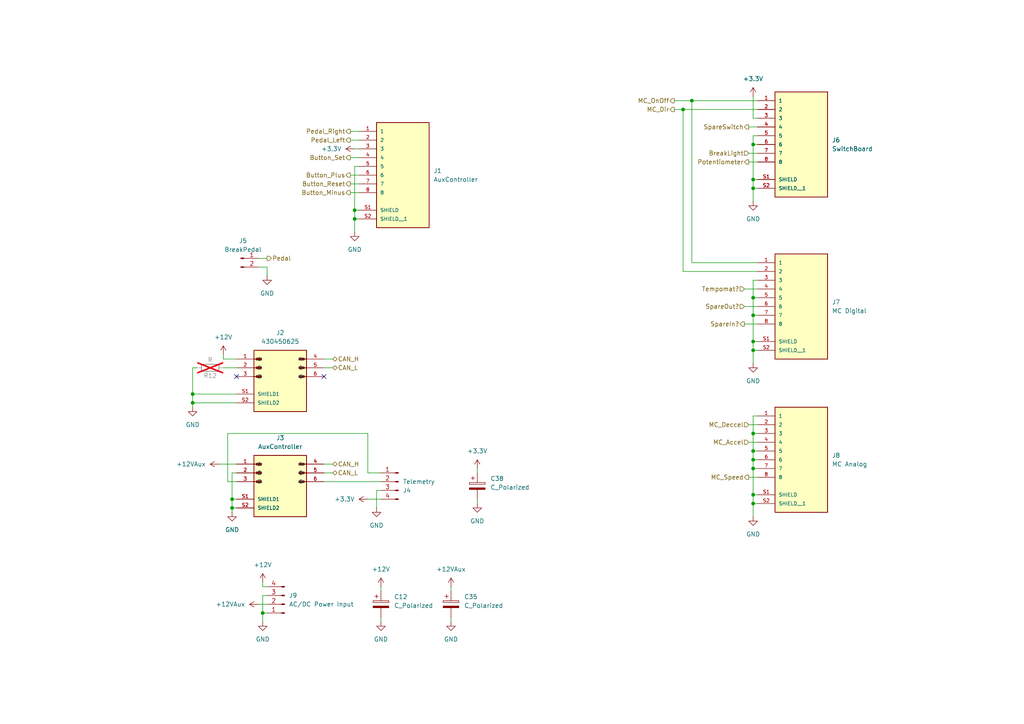
<source format=kicad_sch>
(kicad_sch
	(version 20250114)
	(generator "eeschema")
	(generator_version "9.0")
	(uuid "6ea90abd-e824-4ca9-a98b-be5e9504ed23")
	(paper "A4")
	(title_block
		(title "Connectors")
		(date "2025-11-02")
		(rev "0")
		(company "Solar Energy Racers")
	)
	(lib_symbols
		(symbol "Connector:Conn_01x02_Pin"
			(pin_names
				(offset 1.016)
				(hide yes)
			)
			(exclude_from_sim no)
			(in_bom yes)
			(on_board yes)
			(property "Reference" "J"
				(at 0 2.54 0)
				(effects
					(font
						(size 1.27 1.27)
					)
				)
			)
			(property "Value" "Conn_01x02_Pin"
				(at 0 -5.08 0)
				(effects
					(font
						(size 1.27 1.27)
					)
				)
			)
			(property "Footprint" ""
				(at 0 0 0)
				(effects
					(font
						(size 1.27 1.27)
					)
					(hide yes)
				)
			)
			(property "Datasheet" "~"
				(at 0 0 0)
				(effects
					(font
						(size 1.27 1.27)
					)
					(hide yes)
				)
			)
			(property "Description" "Generic connector, single row, 01x02, script generated"
				(at 0 0 0)
				(effects
					(font
						(size 1.27 1.27)
					)
					(hide yes)
				)
			)
			(property "ki_locked" ""
				(at 0 0 0)
				(effects
					(font
						(size 1.27 1.27)
					)
				)
			)
			(property "ki_keywords" "connector"
				(at 0 0 0)
				(effects
					(font
						(size 1.27 1.27)
					)
					(hide yes)
				)
			)
			(property "ki_fp_filters" "Connector*:*_1x??_*"
				(at 0 0 0)
				(effects
					(font
						(size 1.27 1.27)
					)
					(hide yes)
				)
			)
			(symbol "Conn_01x02_Pin_1_1"
				(rectangle
					(start 0.8636 0.127)
					(end 0 -0.127)
					(stroke
						(width 0.1524)
						(type default)
					)
					(fill
						(type outline)
					)
				)
				(rectangle
					(start 0.8636 -2.413)
					(end 0 -2.667)
					(stroke
						(width 0.1524)
						(type default)
					)
					(fill
						(type outline)
					)
				)
				(polyline
					(pts
						(xy 1.27 0) (xy 0.8636 0)
					)
					(stroke
						(width 0.1524)
						(type default)
					)
					(fill
						(type none)
					)
				)
				(polyline
					(pts
						(xy 1.27 -2.54) (xy 0.8636 -2.54)
					)
					(stroke
						(width 0.1524)
						(type default)
					)
					(fill
						(type none)
					)
				)
				(pin passive line
					(at 5.08 0 180)
					(length 3.81)
					(name "Pin_1"
						(effects
							(font
								(size 1.27 1.27)
							)
						)
					)
					(number "1"
						(effects
							(font
								(size 1.27 1.27)
							)
						)
					)
				)
				(pin passive line
					(at 5.08 -2.54 180)
					(length 3.81)
					(name "Pin_2"
						(effects
							(font
								(size 1.27 1.27)
							)
						)
					)
					(number "2"
						(effects
							(font
								(size 1.27 1.27)
							)
						)
					)
				)
			)
			(embedded_fonts no)
		)
		(symbol "Connector:Conn_01x04_Pin"
			(pin_names
				(offset 1.016)
				(hide yes)
			)
			(exclude_from_sim no)
			(in_bom yes)
			(on_board yes)
			(property "Reference" "J"
				(at 0 5.08 0)
				(effects
					(font
						(size 1.27 1.27)
					)
				)
			)
			(property "Value" "Conn_01x04_Pin"
				(at 0 -7.62 0)
				(effects
					(font
						(size 1.27 1.27)
					)
				)
			)
			(property "Footprint" ""
				(at 0 0 0)
				(effects
					(font
						(size 1.27 1.27)
					)
					(hide yes)
				)
			)
			(property "Datasheet" "~"
				(at 0 0 0)
				(effects
					(font
						(size 1.27 1.27)
					)
					(hide yes)
				)
			)
			(property "Description" "Generic connector, single row, 01x04, script generated"
				(at 0 0 0)
				(effects
					(font
						(size 1.27 1.27)
					)
					(hide yes)
				)
			)
			(property "ki_locked" ""
				(at 0 0 0)
				(effects
					(font
						(size 1.27 1.27)
					)
				)
			)
			(property "ki_keywords" "connector"
				(at 0 0 0)
				(effects
					(font
						(size 1.27 1.27)
					)
					(hide yes)
				)
			)
			(property "ki_fp_filters" "Connector*:*_1x??_*"
				(at 0 0 0)
				(effects
					(font
						(size 1.27 1.27)
					)
					(hide yes)
				)
			)
			(symbol "Conn_01x04_Pin_1_1"
				(rectangle
					(start 0.8636 2.667)
					(end 0 2.413)
					(stroke
						(width 0.1524)
						(type default)
					)
					(fill
						(type outline)
					)
				)
				(rectangle
					(start 0.8636 0.127)
					(end 0 -0.127)
					(stroke
						(width 0.1524)
						(type default)
					)
					(fill
						(type outline)
					)
				)
				(rectangle
					(start 0.8636 -2.413)
					(end 0 -2.667)
					(stroke
						(width 0.1524)
						(type default)
					)
					(fill
						(type outline)
					)
				)
				(rectangle
					(start 0.8636 -4.953)
					(end 0 -5.207)
					(stroke
						(width 0.1524)
						(type default)
					)
					(fill
						(type outline)
					)
				)
				(polyline
					(pts
						(xy 1.27 2.54) (xy 0.8636 2.54)
					)
					(stroke
						(width 0.1524)
						(type default)
					)
					(fill
						(type none)
					)
				)
				(polyline
					(pts
						(xy 1.27 0) (xy 0.8636 0)
					)
					(stroke
						(width 0.1524)
						(type default)
					)
					(fill
						(type none)
					)
				)
				(polyline
					(pts
						(xy 1.27 -2.54) (xy 0.8636 -2.54)
					)
					(stroke
						(width 0.1524)
						(type default)
					)
					(fill
						(type none)
					)
				)
				(polyline
					(pts
						(xy 1.27 -5.08) (xy 0.8636 -5.08)
					)
					(stroke
						(width 0.1524)
						(type default)
					)
					(fill
						(type none)
					)
				)
				(pin passive line
					(at 5.08 2.54 180)
					(length 3.81)
					(name "Pin_1"
						(effects
							(font
								(size 1.27 1.27)
							)
						)
					)
					(number "1"
						(effects
							(font
								(size 1.27 1.27)
							)
						)
					)
				)
				(pin passive line
					(at 5.08 0 180)
					(length 3.81)
					(name "Pin_2"
						(effects
							(font
								(size 1.27 1.27)
							)
						)
					)
					(number "2"
						(effects
							(font
								(size 1.27 1.27)
							)
						)
					)
				)
				(pin passive line
					(at 5.08 -2.54 180)
					(length 3.81)
					(name "Pin_3"
						(effects
							(font
								(size 1.27 1.27)
							)
						)
					)
					(number "3"
						(effects
							(font
								(size 1.27 1.27)
							)
						)
					)
				)
				(pin passive line
					(at 5.08 -5.08 180)
					(length 3.81)
					(name "Pin_4"
						(effects
							(font
								(size 1.27 1.27)
							)
						)
					)
					(number "4"
						(effects
							(font
								(size 1.27 1.27)
							)
						)
					)
				)
			)
			(embedded_fonts no)
		)
		(symbol "Device:C_Polarized"
			(pin_numbers
				(hide yes)
			)
			(pin_names
				(offset 0.254)
			)
			(exclude_from_sim no)
			(in_bom yes)
			(on_board yes)
			(property "Reference" "C"
				(at 0.635 2.54 0)
				(effects
					(font
						(size 1.27 1.27)
					)
					(justify left)
				)
			)
			(property "Value" "C_Polarized"
				(at 0.635 -2.54 0)
				(effects
					(font
						(size 1.27 1.27)
					)
					(justify left)
				)
			)
			(property "Footprint" ""
				(at 0.9652 -3.81 0)
				(effects
					(font
						(size 1.27 1.27)
					)
					(hide yes)
				)
			)
			(property "Datasheet" "~"
				(at 0 0 0)
				(effects
					(font
						(size 1.27 1.27)
					)
					(hide yes)
				)
			)
			(property "Description" "Polarized capacitor"
				(at 0 0 0)
				(effects
					(font
						(size 1.27 1.27)
					)
					(hide yes)
				)
			)
			(property "ki_keywords" "cap capacitor"
				(at 0 0 0)
				(effects
					(font
						(size 1.27 1.27)
					)
					(hide yes)
				)
			)
			(property "ki_fp_filters" "CP_*"
				(at 0 0 0)
				(effects
					(font
						(size 1.27 1.27)
					)
					(hide yes)
				)
			)
			(symbol "C_Polarized_0_1"
				(rectangle
					(start -2.286 0.508)
					(end 2.286 1.016)
					(stroke
						(width 0)
						(type default)
					)
					(fill
						(type none)
					)
				)
				(polyline
					(pts
						(xy -1.778 2.286) (xy -0.762 2.286)
					)
					(stroke
						(width 0)
						(type default)
					)
					(fill
						(type none)
					)
				)
				(polyline
					(pts
						(xy -1.27 2.794) (xy -1.27 1.778)
					)
					(stroke
						(width 0)
						(type default)
					)
					(fill
						(type none)
					)
				)
				(rectangle
					(start 2.286 -0.508)
					(end -2.286 -1.016)
					(stroke
						(width 0)
						(type default)
					)
					(fill
						(type outline)
					)
				)
			)
			(symbol "C_Polarized_1_1"
				(pin passive line
					(at 0 3.81 270)
					(length 2.794)
					(name "~"
						(effects
							(font
								(size 1.27 1.27)
							)
						)
					)
					(number "1"
						(effects
							(font
								(size 1.27 1.27)
							)
						)
					)
				)
				(pin passive line
					(at 0 -3.81 90)
					(length 2.794)
					(name "~"
						(effects
							(font
								(size 1.27 1.27)
							)
						)
					)
					(number "2"
						(effects
							(font
								(size 1.27 1.27)
							)
						)
					)
				)
			)
			(embedded_fonts no)
		)
		(symbol "Device:R"
			(pin_numbers
				(hide yes)
			)
			(pin_names
				(offset 0)
			)
			(exclude_from_sim no)
			(in_bom yes)
			(on_board yes)
			(property "Reference" "R"
				(at 2.032 0 90)
				(effects
					(font
						(size 1.27 1.27)
					)
				)
			)
			(property "Value" "R"
				(at 0 0 90)
				(effects
					(font
						(size 1.27 1.27)
					)
				)
			)
			(property "Footprint" ""
				(at -1.778 0 90)
				(effects
					(font
						(size 1.27 1.27)
					)
					(hide yes)
				)
			)
			(property "Datasheet" "~"
				(at 0 0 0)
				(effects
					(font
						(size 1.27 1.27)
					)
					(hide yes)
				)
			)
			(property "Description" "Resistor"
				(at 0 0 0)
				(effects
					(font
						(size 1.27 1.27)
					)
					(hide yes)
				)
			)
			(property "ki_keywords" "R res resistor"
				(at 0 0 0)
				(effects
					(font
						(size 1.27 1.27)
					)
					(hide yes)
				)
			)
			(property "ki_fp_filters" "R_*"
				(at 0 0 0)
				(effects
					(font
						(size 1.27 1.27)
					)
					(hide yes)
				)
			)
			(symbol "R_0_1"
				(rectangle
					(start -1.016 -2.54)
					(end 1.016 2.54)
					(stroke
						(width 0.254)
						(type default)
					)
					(fill
						(type none)
					)
				)
			)
			(symbol "R_1_1"
				(pin passive line
					(at 0 3.81 270)
					(length 1.27)
					(name "~"
						(effects
							(font
								(size 1.27 1.27)
							)
						)
					)
					(number "1"
						(effects
							(font
								(size 1.27 1.27)
							)
						)
					)
				)
				(pin passive line
					(at 0 -3.81 90)
					(length 1.27)
					(name "~"
						(effects
							(font
								(size 1.27 1.27)
							)
						)
					)
					(number "2"
						(effects
							(font
								(size 1.27 1.27)
							)
						)
					)
				)
			)
			(embedded_fonts no)
		)
		(symbol "Imported_Symbols:430450625"
			(pin_names
				(offset 1.016)
			)
			(exclude_from_sim no)
			(in_bom yes)
			(on_board yes)
			(property "Reference" "J"
				(at -7.62 8.89 0)
				(effects
					(font
						(size 1.27 1.27)
					)
					(justify left bottom)
				)
			)
			(property "Value" "430450625"
				(at -7.62 -12.7 0)
				(effects
					(font
						(size 1.27 1.27)
					)
					(justify left bottom)
				)
			)
			(property "Footprint" "Imported_Footprints:MOLEX_430450625"
				(at 0 0 0)
				(effects
					(font
						(size 1.27 1.27)
					)
					(justify bottom)
					(hide yes)
				)
			)
			(property "Datasheet" ""
				(at 0 0 0)
				(effects
					(font
						(size 1.27 1.27)
					)
					(hide yes)
				)
			)
			(property "Description" ""
				(at 0 0 0)
				(effects
					(font
						(size 1.27 1.27)
					)
					(hide yes)
				)
			)
			(property "PARTREV" "H4"
				(at 0 0 0)
				(effects
					(font
						(size 1.27 1.27)
					)
					(justify bottom)
					(hide yes)
				)
			)
			(property "STANDARD" "Manufacturer Recommendations"
				(at 0 0 0)
				(effects
					(font
						(size 1.27 1.27)
					)
					(justify bottom)
					(hide yes)
				)
			)
			(property "MAXIMUM_PACKAGE_HEIGHT" "9.91mm"
				(at 0 0 0)
				(effects
					(font
						(size 1.27 1.27)
					)
					(justify bottom)
					(hide yes)
				)
			)
			(property "MANUFACTURER" "Molex"
				(at 0 0 0)
				(effects
					(font
						(size 1.27 1.27)
					)
					(justify bottom)
					(hide yes)
				)
			)
			(symbol "430450625_0_0"
				(polyline
					(pts
						(xy -7.62 5.08) (xy -5.715 5.08)
					)
					(stroke
						(width 0.254)
						(type default)
					)
					(fill
						(type none)
					)
				)
				(polyline
					(pts
						(xy -7.62 2.54) (xy -5.715 2.54)
					)
					(stroke
						(width 0.254)
						(type default)
					)
					(fill
						(type none)
					)
				)
				(polyline
					(pts
						(xy -7.62 0) (xy -5.715 0)
					)
					(stroke
						(width 0.254)
						(type default)
					)
					(fill
						(type none)
					)
				)
				(rectangle
					(start -7.62 -10.16)
					(end 7.62 7.62)
					(stroke
						(width 0.254)
						(type default)
					)
					(fill
						(type background)
					)
				)
				(rectangle
					(start -6.985 4.7625)
					(end -5.3975 5.3975)
					(stroke
						(width 0.1)
						(type default)
					)
					(fill
						(type outline)
					)
				)
				(rectangle
					(start -6.985 2.2225)
					(end -5.3975 2.8575)
					(stroke
						(width 0.1)
						(type default)
					)
					(fill
						(type outline)
					)
				)
				(rectangle
					(start -6.985 -0.3175)
					(end -5.3975 0.3175)
					(stroke
						(width 0.1)
						(type default)
					)
					(fill
						(type outline)
					)
				)
				(rectangle
					(start 5.3975 4.7625)
					(end 6.985 5.3975)
					(stroke
						(width 0.1)
						(type default)
					)
					(fill
						(type outline)
					)
				)
				(rectangle
					(start 5.3975 2.2225)
					(end 6.985 2.8575)
					(stroke
						(width 0.1)
						(type default)
					)
					(fill
						(type outline)
					)
				)
				(rectangle
					(start 5.3975 -0.3175)
					(end 6.985 0.3175)
					(stroke
						(width 0.1)
						(type default)
					)
					(fill
						(type outline)
					)
				)
				(polyline
					(pts
						(xy 7.62 5.08) (xy 5.715 5.08)
					)
					(stroke
						(width 0.254)
						(type default)
					)
					(fill
						(type none)
					)
				)
				(polyline
					(pts
						(xy 7.62 2.54) (xy 5.715 2.54)
					)
					(stroke
						(width 0.254)
						(type default)
					)
					(fill
						(type none)
					)
				)
				(polyline
					(pts
						(xy 7.62 0) (xy 5.715 0)
					)
					(stroke
						(width 0.254)
						(type default)
					)
					(fill
						(type none)
					)
				)
				(pin passive line
					(at -12.7 5.08 0)
					(length 5.08)
					(name "1"
						(effects
							(font
								(size 1.016 1.016)
							)
						)
					)
					(number "1"
						(effects
							(font
								(size 1.016 1.016)
							)
						)
					)
				)
				(pin passive line
					(at -12.7 2.54 0)
					(length 5.08)
					(name "2"
						(effects
							(font
								(size 1.016 1.016)
							)
						)
					)
					(number "2"
						(effects
							(font
								(size 1.016 1.016)
							)
						)
					)
				)
				(pin passive line
					(at -12.7 0 0)
					(length 5.08)
					(name "3"
						(effects
							(font
								(size 1.016 1.016)
							)
						)
					)
					(number "3"
						(effects
							(font
								(size 1.016 1.016)
							)
						)
					)
				)
				(pin passive line
					(at -12.7 -5.08 0)
					(length 5.08)
					(name "SHIELD1"
						(effects
							(font
								(size 1.016 1.016)
							)
						)
					)
					(number "S1"
						(effects
							(font
								(size 1.016 1.016)
							)
						)
					)
				)
				(pin passive line
					(at -12.7 -7.62 0)
					(length 5.08)
					(name "SHIELD2"
						(effects
							(font
								(size 1.016 1.016)
							)
						)
					)
					(number "S2"
						(effects
							(font
								(size 1.016 1.016)
							)
						)
					)
				)
				(pin passive line
					(at 12.7 5.08 180)
					(length 5.08)
					(name "4"
						(effects
							(font
								(size 1.016 1.016)
							)
						)
					)
					(number "4"
						(effects
							(font
								(size 1.016 1.016)
							)
						)
					)
				)
				(pin passive line
					(at 12.7 2.54 180)
					(length 5.08)
					(name "5"
						(effects
							(font
								(size 1.016 1.016)
							)
						)
					)
					(number "5"
						(effects
							(font
								(size 1.016 1.016)
							)
						)
					)
				)
				(pin passive line
					(at 12.7 0 180)
					(length 5.08)
					(name "6"
						(effects
							(font
								(size 1.016 1.016)
							)
						)
					)
					(number "6"
						(effects
							(font
								(size 1.016 1.016)
							)
						)
					)
				)
			)
			(embedded_fonts no)
		)
		(symbol "Imported_Symbols:CRJ027-1-TH"
			(pin_names
				(offset 1.016)
			)
			(exclude_from_sim no)
			(in_bom yes)
			(on_board yes)
			(property "Reference" "J"
				(at -7.62 13.97 0)
				(effects
					(font
						(size 1.27 1.27)
					)
					(justify left bottom)
				)
			)
			(property "Value" "CRJ027-1-TH"
				(at -7.62 -19.05 0)
				(effects
					(font
						(size 1.27 1.27)
					)
					(justify left top)
				)
			)
			(property "Footprint" "Imported_Footprints:CUI_CRJ027-1-TH"
				(at 0 0 0)
				(effects
					(font
						(size 1.27 1.27)
					)
					(justify bottom)
					(hide yes)
				)
			)
			(property "Datasheet" ""
				(at 0 0 0)
				(effects
					(font
						(size 1.27 1.27)
					)
					(hide yes)
				)
			)
			(property "Description" ""
				(at 0 0 0)
				(effects
					(font
						(size 1.27 1.27)
					)
					(hide yes)
				)
			)
			(property "PARTREV" "1.0"
				(at 0 0 0)
				(effects
					(font
						(size 1.27 1.27)
					)
					(justify bottom)
					(hide yes)
				)
			)
			(property "STANDARD" "Manufacturer Recommendations"
				(at 0 0 0)
				(effects
					(font
						(size 1.27 1.27)
					)
					(justify bottom)
					(hide yes)
				)
			)
			(property "MAXIMUM_PACKAGE_HEIGHT" "16.55mm"
				(at 0 0 0)
				(effects
					(font
						(size 1.27 1.27)
					)
					(justify bottom)
					(hide yes)
				)
			)
			(property "MANUFACTURER" "CUI Devices"
				(at 0 0 0)
				(effects
					(font
						(size 1.27 1.27)
					)
					(justify bottom)
					(hide yes)
				)
			)
			(symbol "CRJ027-1-TH_0_0"
				(rectangle
					(start -7.62 12.7)
					(end 7.62 -17.78)
					(stroke
						(width 0.254)
						(type default)
					)
					(fill
						(type background)
					)
				)
				(pin passive line
					(at -12.7 10.16 0)
					(length 5.08)
					(name "1"
						(effects
							(font
								(size 1.016 1.016)
							)
						)
					)
					(number "1"
						(effects
							(font
								(size 1.016 1.016)
							)
						)
					)
				)
				(pin passive line
					(at -12.7 7.62 0)
					(length 5.08)
					(name "2"
						(effects
							(font
								(size 1.016 1.016)
							)
						)
					)
					(number "2"
						(effects
							(font
								(size 1.016 1.016)
							)
						)
					)
				)
				(pin passive line
					(at -12.7 5.08 0)
					(length 5.08)
					(name "3"
						(effects
							(font
								(size 1.016 1.016)
							)
						)
					)
					(number "3"
						(effects
							(font
								(size 1.016 1.016)
							)
						)
					)
				)
				(pin passive line
					(at -12.7 2.54 0)
					(length 5.08)
					(name "4"
						(effects
							(font
								(size 1.016 1.016)
							)
						)
					)
					(number "4"
						(effects
							(font
								(size 1.016 1.016)
							)
						)
					)
				)
				(pin passive line
					(at -12.7 0 0)
					(length 5.08)
					(name "5"
						(effects
							(font
								(size 1.016 1.016)
							)
						)
					)
					(number "5"
						(effects
							(font
								(size 1.016 1.016)
							)
						)
					)
				)
				(pin passive line
					(at -12.7 -2.54 0)
					(length 5.08)
					(name "6"
						(effects
							(font
								(size 1.016 1.016)
							)
						)
					)
					(number "6"
						(effects
							(font
								(size 1.016 1.016)
							)
						)
					)
				)
				(pin passive line
					(at -12.7 -5.08 0)
					(length 5.08)
					(name "7"
						(effects
							(font
								(size 1.016 1.016)
							)
						)
					)
					(number "7"
						(effects
							(font
								(size 1.016 1.016)
							)
						)
					)
				)
				(pin passive line
					(at -12.7 -7.62 0)
					(length 5.08)
					(name "8"
						(effects
							(font
								(size 1.016 1.016)
							)
						)
					)
					(number "8"
						(effects
							(font
								(size 1.016 1.016)
							)
						)
					)
				)
				(pin passive line
					(at -12.7 -12.7 0)
					(length 5.08)
					(name "SHIELD"
						(effects
							(font
								(size 1.016 1.016)
							)
						)
					)
					(number "S1"
						(effects
							(font
								(size 1.016 1.016)
							)
						)
					)
				)
				(pin passive line
					(at -12.7 -15.24 0)
					(length 5.08)
					(name "SHIELD__1"
						(effects
							(font
								(size 1.016 1.016)
							)
						)
					)
					(number "S2"
						(effects
							(font
								(size 1.016 1.016)
							)
						)
					)
				)
			)
			(embedded_fonts no)
		)
		(symbol "power:+12V"
			(power)
			(pin_numbers
				(hide yes)
			)
			(pin_names
				(offset 0)
				(hide yes)
			)
			(exclude_from_sim no)
			(in_bom yes)
			(on_board yes)
			(property "Reference" "#PWR"
				(at 0 -3.81 0)
				(effects
					(font
						(size 1.27 1.27)
					)
					(hide yes)
				)
			)
			(property "Value" "+12V"
				(at 0 3.556 0)
				(effects
					(font
						(size 1.27 1.27)
					)
				)
			)
			(property "Footprint" ""
				(at 0 0 0)
				(effects
					(font
						(size 1.27 1.27)
					)
					(hide yes)
				)
			)
			(property "Datasheet" ""
				(at 0 0 0)
				(effects
					(font
						(size 1.27 1.27)
					)
					(hide yes)
				)
			)
			(property "Description" "Power symbol creates a global label with name \"+12V\""
				(at 0 0 0)
				(effects
					(font
						(size 1.27 1.27)
					)
					(hide yes)
				)
			)
			(property "ki_keywords" "global power"
				(at 0 0 0)
				(effects
					(font
						(size 1.27 1.27)
					)
					(hide yes)
				)
			)
			(symbol "+12V_0_1"
				(polyline
					(pts
						(xy -0.762 1.27) (xy 0 2.54)
					)
					(stroke
						(width 0)
						(type default)
					)
					(fill
						(type none)
					)
				)
				(polyline
					(pts
						(xy 0 2.54) (xy 0.762 1.27)
					)
					(stroke
						(width 0)
						(type default)
					)
					(fill
						(type none)
					)
				)
				(polyline
					(pts
						(xy 0 0) (xy 0 2.54)
					)
					(stroke
						(width 0)
						(type default)
					)
					(fill
						(type none)
					)
				)
			)
			(symbol "+12V_1_1"
				(pin power_in line
					(at 0 0 90)
					(length 0)
					(name "~"
						(effects
							(font
								(size 1.27 1.27)
							)
						)
					)
					(number "1"
						(effects
							(font
								(size 1.27 1.27)
							)
						)
					)
				)
			)
			(embedded_fonts no)
		)
		(symbol "power:+12VA"
			(power)
			(pin_numbers
				(hide yes)
			)
			(pin_names
				(offset 0)
				(hide yes)
			)
			(exclude_from_sim no)
			(in_bom yes)
			(on_board yes)
			(property "Reference" "#PWR"
				(at 0 -3.81 0)
				(effects
					(font
						(size 1.27 1.27)
					)
					(hide yes)
				)
			)
			(property "Value" "+12VA"
				(at 0 3.556 0)
				(effects
					(font
						(size 1.27 1.27)
					)
				)
			)
			(property "Footprint" ""
				(at 0 0 0)
				(effects
					(font
						(size 1.27 1.27)
					)
					(hide yes)
				)
			)
			(property "Datasheet" ""
				(at 0 0 0)
				(effects
					(font
						(size 1.27 1.27)
					)
					(hide yes)
				)
			)
			(property "Description" "Power symbol creates a global label with name \"+12VA\""
				(at 0 0 0)
				(effects
					(font
						(size 1.27 1.27)
					)
					(hide yes)
				)
			)
			(property "ki_keywords" "global power"
				(at 0 0 0)
				(effects
					(font
						(size 1.27 1.27)
					)
					(hide yes)
				)
			)
			(symbol "+12VA_0_1"
				(polyline
					(pts
						(xy -0.762 1.27) (xy 0 2.54)
					)
					(stroke
						(width 0)
						(type default)
					)
					(fill
						(type none)
					)
				)
				(polyline
					(pts
						(xy 0 2.54) (xy 0.762 1.27)
					)
					(stroke
						(width 0)
						(type default)
					)
					(fill
						(type none)
					)
				)
				(polyline
					(pts
						(xy 0 0) (xy 0 2.54)
					)
					(stroke
						(width 0)
						(type default)
					)
					(fill
						(type none)
					)
				)
			)
			(symbol "+12VA_1_1"
				(pin power_in line
					(at 0 0 90)
					(length 0)
					(name "~"
						(effects
							(font
								(size 1.27 1.27)
							)
						)
					)
					(number "1"
						(effects
							(font
								(size 1.27 1.27)
							)
						)
					)
				)
			)
			(embedded_fonts no)
		)
		(symbol "power:+3.3V"
			(power)
			(pin_numbers
				(hide yes)
			)
			(pin_names
				(offset 0)
				(hide yes)
			)
			(exclude_from_sim no)
			(in_bom yes)
			(on_board yes)
			(property "Reference" "#PWR"
				(at 0 -3.81 0)
				(effects
					(font
						(size 1.27 1.27)
					)
					(hide yes)
				)
			)
			(property "Value" "+3.3V"
				(at 0 3.556 0)
				(effects
					(font
						(size 1.27 1.27)
					)
				)
			)
			(property "Footprint" ""
				(at 0 0 0)
				(effects
					(font
						(size 1.27 1.27)
					)
					(hide yes)
				)
			)
			(property "Datasheet" ""
				(at 0 0 0)
				(effects
					(font
						(size 1.27 1.27)
					)
					(hide yes)
				)
			)
			(property "Description" "Power symbol creates a global label with name \"+3.3V\""
				(at 0 0 0)
				(effects
					(font
						(size 1.27 1.27)
					)
					(hide yes)
				)
			)
			(property "ki_keywords" "global power"
				(at 0 0 0)
				(effects
					(font
						(size 1.27 1.27)
					)
					(hide yes)
				)
			)
			(symbol "+3.3V_0_1"
				(polyline
					(pts
						(xy -0.762 1.27) (xy 0 2.54)
					)
					(stroke
						(width 0)
						(type default)
					)
					(fill
						(type none)
					)
				)
				(polyline
					(pts
						(xy 0 2.54) (xy 0.762 1.27)
					)
					(stroke
						(width 0)
						(type default)
					)
					(fill
						(type none)
					)
				)
				(polyline
					(pts
						(xy 0 0) (xy 0 2.54)
					)
					(stroke
						(width 0)
						(type default)
					)
					(fill
						(type none)
					)
				)
			)
			(symbol "+3.3V_1_1"
				(pin power_in line
					(at 0 0 90)
					(length 0)
					(name "~"
						(effects
							(font
								(size 1.27 1.27)
							)
						)
					)
					(number "1"
						(effects
							(font
								(size 1.27 1.27)
							)
						)
					)
				)
			)
			(embedded_fonts no)
		)
		(symbol "power:GND"
			(power)
			(pin_numbers
				(hide yes)
			)
			(pin_names
				(offset 0)
				(hide yes)
			)
			(exclude_from_sim no)
			(in_bom yes)
			(on_board yes)
			(property "Reference" "#PWR"
				(at 0 -6.35 0)
				(effects
					(font
						(size 1.27 1.27)
					)
					(hide yes)
				)
			)
			(property "Value" "GND"
				(at 0 -3.81 0)
				(effects
					(font
						(size 1.27 1.27)
					)
				)
			)
			(property "Footprint" ""
				(at 0 0 0)
				(effects
					(font
						(size 1.27 1.27)
					)
					(hide yes)
				)
			)
			(property "Datasheet" ""
				(at 0 0 0)
				(effects
					(font
						(size 1.27 1.27)
					)
					(hide yes)
				)
			)
			(property "Description" "Power symbol creates a global label with name \"GND\" , ground"
				(at 0 0 0)
				(effects
					(font
						(size 1.27 1.27)
					)
					(hide yes)
				)
			)
			(property "ki_keywords" "global power"
				(at 0 0 0)
				(effects
					(font
						(size 1.27 1.27)
					)
					(hide yes)
				)
			)
			(symbol "GND_0_1"
				(polyline
					(pts
						(xy 0 0) (xy 0 -1.27) (xy 1.27 -1.27) (xy 0 -2.54) (xy -1.27 -1.27) (xy 0 -1.27)
					)
					(stroke
						(width 0)
						(type default)
					)
					(fill
						(type none)
					)
				)
			)
			(symbol "GND_1_1"
				(pin power_in line
					(at 0 0 270)
					(length 0)
					(name "~"
						(effects
							(font
								(size 1.27 1.27)
							)
						)
					)
					(number "1"
						(effects
							(font
								(size 1.27 1.27)
							)
						)
					)
				)
			)
			(embedded_fonts no)
		)
	)
	(junction
		(at 55.88 116.84)
		(diameter 0)
		(color 0 0 0 0)
		(uuid "0467fd28-fb36-427e-b641-d16612f5747f")
	)
	(junction
		(at 218.44 101.6)
		(diameter 0)
		(color 0 0 0 0)
		(uuid "1346e8ba-0143-440a-b3d6-ec4538e95685")
	)
	(junction
		(at 102.87 60.96)
		(diameter 0)
		(color 0 0 0 0)
		(uuid "182f186e-49c4-46cc-b611-ef35509eafc9")
	)
	(junction
		(at 218.44 52.07)
		(diameter 0)
		(color 0 0 0 0)
		(uuid "1fcde4d2-aecb-428e-9218-bcf4beae232f")
	)
	(junction
		(at 218.44 135.89)
		(diameter 0)
		(color 0 0 0 0)
		(uuid "356b3d13-9d3f-4173-87b5-44a1551b6f2c")
	)
	(junction
		(at 218.44 133.35)
		(diameter 0)
		(color 0 0 0 0)
		(uuid "50d20baf-5c73-44eb-91a4-0e17fa9b4914")
	)
	(junction
		(at 200.66 29.21)
		(diameter 0)
		(color 0 0 0 0)
		(uuid "5a3bb597-e592-462c-817e-32cb984ad3bb")
	)
	(junction
		(at 218.44 130.81)
		(diameter 0)
		(color 0 0 0 0)
		(uuid "60aee04c-ba28-406f-a98a-5f90e6bbc9f7")
	)
	(junction
		(at 218.44 41.91)
		(diameter 0)
		(color 0 0 0 0)
		(uuid "673199e0-03be-41ee-b980-8a961df450fa")
	)
	(junction
		(at 218.44 54.61)
		(diameter 0)
		(color 0 0 0 0)
		(uuid "75ce7e90-1c79-48fc-83ee-7264e90e844f")
	)
	(junction
		(at 218.44 125.73)
		(diameter 0)
		(color 0 0 0 0)
		(uuid "7ec2ce3d-27df-44b9-8890-af622ef56fb9")
	)
	(junction
		(at 67.31 144.78)
		(diameter 0)
		(color 0 0 0 0)
		(uuid "807b5fcf-783f-48c2-ab72-4d8b2e987cfa")
	)
	(junction
		(at 218.44 91.44)
		(diameter 0)
		(color 0 0 0 0)
		(uuid "8ae50d64-0f32-4133-bf60-a3f6d7cdb233")
	)
	(junction
		(at 218.44 99.06)
		(diameter 0)
		(color 0 0 0 0)
		(uuid "9be05f1c-9f6e-4e3e-8b33-1a5f16869b6a")
	)
	(junction
		(at 218.44 143.51)
		(diameter 0)
		(color 0 0 0 0)
		(uuid "a446b628-2d83-4efe-b2eb-3316804d047a")
	)
	(junction
		(at 218.44 86.36)
		(diameter 0)
		(color 0 0 0 0)
		(uuid "a6ca25be-7279-4304-954f-c97cdd987c89")
	)
	(junction
		(at 218.44 146.05)
		(diameter 0)
		(color 0 0 0 0)
		(uuid "b68625b2-a065-41b9-8a3b-03fbca55e46d")
	)
	(junction
		(at 198.12 31.75)
		(diameter 0)
		(color 0 0 0 0)
		(uuid "ba369fe1-14c3-465e-bb12-8ac95e624dce")
	)
	(junction
		(at 102.87 63.5)
		(diameter 0)
		(color 0 0 0 0)
		(uuid "c08c3bb1-044e-43f2-bf93-27f0dfa3ed32")
	)
	(junction
		(at 55.88 114.3)
		(diameter 0)
		(color 0 0 0 0)
		(uuid "cca1130f-0faa-4f5b-ae55-b283f4c0fe96")
	)
	(junction
		(at 76.2 177.8)
		(diameter 0)
		(color 0 0 0 0)
		(uuid "f5dd60b2-dcf7-465a-8925-7f074d2e3945")
	)
	(junction
		(at 67.31 147.32)
		(diameter 0)
		(color 0 0 0 0)
		(uuid "f84a83a1-88f2-40ed-be6b-6433867ed015")
	)
	(no_connect
		(at 68.58 109.22)
		(uuid "072ed547-b951-4fd3-b949-8324be7bd1a2")
	)
	(no_connect
		(at 93.98 109.22)
		(uuid "3f12b28e-4366-4e57-b08e-f34ea8694786")
	)
	(wire
		(pts
			(xy 102.87 48.26) (xy 104.14 48.26)
		)
		(stroke
			(width 0)
			(type default)
		)
		(uuid "0194612e-a3c4-490c-b573-58a18a8f7953")
	)
	(wire
		(pts
			(xy 218.44 52.07) (xy 218.44 54.61)
		)
		(stroke
			(width 0)
			(type default)
		)
		(uuid "0378a4fb-140e-4316-899e-9a1d2e5cb257")
	)
	(wire
		(pts
			(xy 217.17 36.83) (xy 219.71 36.83)
		)
		(stroke
			(width 0)
			(type default)
		)
		(uuid "06fa4226-328b-4b7b-9d03-7e81d9cadd5d")
	)
	(wire
		(pts
			(xy 55.88 106.68) (xy 57.15 106.68)
		)
		(stroke
			(width 0)
			(type default)
		)
		(uuid "0a08e335-c1ae-4ad6-ae21-f279dc584969")
	)
	(wire
		(pts
			(xy 218.44 146.05) (xy 218.44 149.86)
		)
		(stroke
			(width 0)
			(type default)
		)
		(uuid "0a88bb21-8f04-4e94-876a-59d67c9afb1c")
	)
	(wire
		(pts
			(xy 110.49 170.18) (xy 110.49 171.45)
		)
		(stroke
			(width 0)
			(type default)
		)
		(uuid "0b186e35-1e48-49ab-abc7-62d96e9f454f")
	)
	(wire
		(pts
			(xy 55.88 116.84) (xy 68.58 116.84)
		)
		(stroke
			(width 0)
			(type default)
		)
		(uuid "0befc6b4-cf6b-4183-8a29-0a995c7386dc")
	)
	(wire
		(pts
			(xy 219.71 123.19) (xy 217.17 123.19)
		)
		(stroke
			(width 0)
			(type default)
		)
		(uuid "0e986b6c-533e-4ade-a012-fffda1a1c2a8")
	)
	(wire
		(pts
			(xy 101.6 53.34) (xy 104.14 53.34)
		)
		(stroke
			(width 0)
			(type default)
		)
		(uuid "1215f8d5-7dcc-4ef3-aa6e-d0cee2a44c6d")
	)
	(wire
		(pts
			(xy 217.17 44.45) (xy 219.71 44.45)
		)
		(stroke
			(width 0)
			(type default)
		)
		(uuid "14e7d4ac-2a30-4046-9a64-c9c031218a81")
	)
	(wire
		(pts
			(xy 55.88 106.68) (xy 55.88 114.3)
		)
		(stroke
			(width 0)
			(type default)
		)
		(uuid "160f0ce0-a6e1-4330-9417-5b64408fe4e4")
	)
	(wire
		(pts
			(xy 138.43 146.05) (xy 138.43 144.78)
		)
		(stroke
			(width 0)
			(type default)
		)
		(uuid "170ba95b-51aa-411a-8e99-27f1666097d4")
	)
	(wire
		(pts
			(xy 218.44 81.28) (xy 218.44 86.36)
		)
		(stroke
			(width 0)
			(type default)
		)
		(uuid "17682031-640c-468c-b6c0-9572ba064ec2")
	)
	(wire
		(pts
			(xy 96.52 137.16) (xy 93.98 137.16)
		)
		(stroke
			(width 0)
			(type default)
		)
		(uuid "1820629c-684a-4937-8944-c5fc39f77a6e")
	)
	(wire
		(pts
			(xy 76.2 170.18) (xy 77.47 170.18)
		)
		(stroke
			(width 0)
			(type default)
		)
		(uuid "1a0c5389-8c5e-4ba0-9221-44ef73ea8f1c")
	)
	(wire
		(pts
			(xy 218.44 133.35) (xy 218.44 135.89)
		)
		(stroke
			(width 0)
			(type default)
		)
		(uuid "1c03d09a-a1cf-4003-8f6d-451bfbfa1e31")
	)
	(wire
		(pts
			(xy 66.04 139.7) (xy 68.58 139.7)
		)
		(stroke
			(width 0)
			(type default)
		)
		(uuid "1c0f362d-6bd3-4c86-af7a-a26cf05e98d4")
	)
	(wire
		(pts
			(xy 218.44 39.37) (xy 218.44 41.91)
		)
		(stroke
			(width 0)
			(type default)
		)
		(uuid "1ff7d5c6-fc0c-403e-b8a3-ed4c6ca8357e")
	)
	(wire
		(pts
			(xy 219.71 34.29) (xy 218.44 34.29)
		)
		(stroke
			(width 0)
			(type default)
		)
		(uuid "21bffc56-f16c-46c4-bd1f-7dad75a96d00")
	)
	(wire
		(pts
			(xy 64.77 102.87) (xy 64.77 104.14)
		)
		(stroke
			(width 0)
			(type default)
		)
		(uuid "25346282-b541-4afa-847b-f675f2a3fce4")
	)
	(wire
		(pts
			(xy 218.44 130.81) (xy 219.71 130.81)
		)
		(stroke
			(width 0)
			(type default)
		)
		(uuid "27ee1e8a-6f5e-44b3-957c-e93980d1e56b")
	)
	(wire
		(pts
			(xy 198.12 78.74) (xy 198.12 31.75)
		)
		(stroke
			(width 0)
			(type default)
		)
		(uuid "2a2fca5a-4df1-4201-a763-ffb1cf655758")
	)
	(wire
		(pts
			(xy 217.17 138.43) (xy 219.71 138.43)
		)
		(stroke
			(width 0)
			(type default)
		)
		(uuid "2d0dca00-9f69-412b-9b2a-de4712200c5a")
	)
	(wire
		(pts
			(xy 76.2 172.72) (xy 76.2 177.8)
		)
		(stroke
			(width 0)
			(type default)
		)
		(uuid "30aeb652-7ece-4e45-9c71-70c5611c8397")
	)
	(wire
		(pts
			(xy 218.44 91.44) (xy 218.44 99.06)
		)
		(stroke
			(width 0)
			(type default)
		)
		(uuid "31d99f31-3582-4530-ba3f-59c4c07f5f70")
	)
	(wire
		(pts
			(xy 215.9 93.98) (xy 219.71 93.98)
		)
		(stroke
			(width 0)
			(type default)
		)
		(uuid "33361143-45d4-43c3-8c4f-fd4845dab78a")
	)
	(wire
		(pts
			(xy 218.44 99.06) (xy 219.71 99.06)
		)
		(stroke
			(width 0)
			(type default)
		)
		(uuid "34eaedc5-57cc-46b1-8ff8-1c870e421cd8")
	)
	(wire
		(pts
			(xy 217.17 46.99) (xy 219.71 46.99)
		)
		(stroke
			(width 0)
			(type default)
		)
		(uuid "3693d77c-a07c-41f1-b9a2-f7c8835d9673")
	)
	(wire
		(pts
			(xy 101.6 38.1) (xy 104.14 38.1)
		)
		(stroke
			(width 0)
			(type default)
		)
		(uuid "36cb6727-2d05-47da-aae6-3e1dd850ad30")
	)
	(wire
		(pts
			(xy 101.6 50.8) (xy 104.14 50.8)
		)
		(stroke
			(width 0)
			(type default)
		)
		(uuid "40f115ef-4083-44c9-9a6c-754c3d0e8f0a")
	)
	(wire
		(pts
			(xy 218.44 34.29) (xy 218.44 27.94)
		)
		(stroke
			(width 0)
			(type default)
		)
		(uuid "43eb5ab6-4eac-45cd-a9da-447ad8884b97")
	)
	(wire
		(pts
			(xy 218.44 143.51) (xy 219.71 143.51)
		)
		(stroke
			(width 0)
			(type default)
		)
		(uuid "455c3f6c-fdfa-41e3-acae-b09c76d3f80a")
	)
	(wire
		(pts
			(xy 74.93 77.47) (xy 77.47 77.47)
		)
		(stroke
			(width 0)
			(type default)
		)
		(uuid "492a02c0-eaea-4516-8d24-38ccf57e50aa")
	)
	(wire
		(pts
			(xy 76.2 177.8) (xy 77.47 177.8)
		)
		(stroke
			(width 0)
			(type default)
		)
		(uuid "4a31093b-1927-42a5-a6b4-6df0b5e0f84c")
	)
	(wire
		(pts
			(xy 218.44 146.05) (xy 219.71 146.05)
		)
		(stroke
			(width 0)
			(type default)
		)
		(uuid "4a65fcfa-b979-4523-b89f-7e461df3c4cf")
	)
	(wire
		(pts
			(xy 77.47 172.72) (xy 76.2 172.72)
		)
		(stroke
			(width 0)
			(type default)
		)
		(uuid "4b460220-400f-4c23-be9d-c2fcff09ddb3")
	)
	(wire
		(pts
			(xy 218.44 133.35) (xy 219.71 133.35)
		)
		(stroke
			(width 0)
			(type default)
		)
		(uuid "4b92a0e8-bb35-40c1-af87-10c63cafcf5a")
	)
	(wire
		(pts
			(xy 101.6 55.88) (xy 104.14 55.88)
		)
		(stroke
			(width 0)
			(type default)
		)
		(uuid "4fc72c52-1ab4-4dc8-b51a-f95610c1d95a")
	)
	(wire
		(pts
			(xy 218.44 143.51) (xy 218.44 146.05)
		)
		(stroke
			(width 0)
			(type default)
		)
		(uuid "50436782-fb9d-4b84-a6b0-751d17b16e21")
	)
	(wire
		(pts
			(xy 102.87 60.96) (xy 104.14 60.96)
		)
		(stroke
			(width 0)
			(type default)
		)
		(uuid "51f3a735-759b-41dc-8ea6-c074ebcdf1de")
	)
	(wire
		(pts
			(xy 198.12 78.74) (xy 219.71 78.74)
		)
		(stroke
			(width 0)
			(type default)
		)
		(uuid "52a6b91f-fb29-4155-9f75-60a06f171bbe")
	)
	(wire
		(pts
			(xy 218.44 101.6) (xy 219.71 101.6)
		)
		(stroke
			(width 0)
			(type default)
		)
		(uuid "59a8c1cf-0f9a-4b7c-ac5d-823d4772c253")
	)
	(wire
		(pts
			(xy 76.2 177.8) (xy 76.2 180.34)
		)
		(stroke
			(width 0)
			(type default)
		)
		(uuid "59fea1e4-8001-4e0d-acc9-a364182c9ffa")
	)
	(wire
		(pts
			(xy 102.87 63.5) (xy 104.14 63.5)
		)
		(stroke
			(width 0)
			(type default)
		)
		(uuid "617b07ee-d921-4353-8e73-39bb9ee2bf4c")
	)
	(wire
		(pts
			(xy 198.12 31.75) (xy 219.71 31.75)
		)
		(stroke
			(width 0)
			(type default)
		)
		(uuid "65a719d1-7dd6-4d97-8962-e6929db6e681")
	)
	(wire
		(pts
			(xy 218.44 120.65) (xy 218.44 125.73)
		)
		(stroke
			(width 0)
			(type default)
		)
		(uuid "67d4dd2e-743a-4700-acf1-f79e83aba4e2")
	)
	(wire
		(pts
			(xy 219.71 29.21) (xy 200.66 29.21)
		)
		(stroke
			(width 0)
			(type default)
		)
		(uuid "6abffa04-b0d1-419f-b1c4-3f23f1d0c884")
	)
	(wire
		(pts
			(xy 96.52 106.68) (xy 93.98 106.68)
		)
		(stroke
			(width 0)
			(type default)
		)
		(uuid "6aeb6abb-367b-4aa7-b732-b2e73829c3a4")
	)
	(wire
		(pts
			(xy 218.44 52.07) (xy 219.71 52.07)
		)
		(stroke
			(width 0)
			(type default)
		)
		(uuid "6ed9903d-1215-440c-9ac3-4630ac6f8dba")
	)
	(wire
		(pts
			(xy 215.9 88.9) (xy 219.71 88.9)
		)
		(stroke
			(width 0)
			(type default)
		)
		(uuid "703a72e2-8561-4878-a1de-52e5df10d5c2")
	)
	(wire
		(pts
			(xy 64.77 106.68) (xy 68.58 106.68)
		)
		(stroke
			(width 0)
			(type default)
		)
		(uuid "70fe4748-3b59-4830-acb4-863e4995d2c1")
	)
	(wire
		(pts
			(xy 96.52 104.14) (xy 93.98 104.14)
		)
		(stroke
			(width 0)
			(type default)
		)
		(uuid "72b3c597-8961-4909-a14d-f8898f82cd74")
	)
	(wire
		(pts
			(xy 138.43 135.89) (xy 138.43 137.16)
		)
		(stroke
			(width 0)
			(type default)
		)
		(uuid "78a26f40-4386-474f-9662-293c8292fb59")
	)
	(wire
		(pts
			(xy 219.71 120.65) (xy 218.44 120.65)
		)
		(stroke
			(width 0)
			(type default)
		)
		(uuid "7a089842-da25-4b22-a45b-edd2a439bf71")
	)
	(wire
		(pts
			(xy 74.93 175.26) (xy 77.47 175.26)
		)
		(stroke
			(width 0)
			(type default)
		)
		(uuid "7a1cf607-2d6f-4eb0-9617-562ab8bdafb1")
	)
	(wire
		(pts
			(xy 110.49 142.24) (xy 109.22 142.24)
		)
		(stroke
			(width 0)
			(type default)
		)
		(uuid "7a5ecd03-2f61-4b7a-ba11-9c88cbbbe9da")
	)
	(wire
		(pts
			(xy 102.87 60.96) (xy 102.87 48.26)
		)
		(stroke
			(width 0)
			(type default)
		)
		(uuid "7bed0002-fe4a-42e5-b34c-dbf0820c0495")
	)
	(wire
		(pts
			(xy 218.44 135.89) (xy 219.71 135.89)
		)
		(stroke
			(width 0)
			(type default)
		)
		(uuid "812cd3be-7529-497c-a141-d438dbd44b67")
	)
	(wire
		(pts
			(xy 66.04 139.7) (xy 66.04 125.73)
		)
		(stroke
			(width 0)
			(type default)
		)
		(uuid "836b546f-c40e-4653-8518-509704b5a4ed")
	)
	(wire
		(pts
			(xy 200.66 76.2) (xy 219.71 76.2)
		)
		(stroke
			(width 0)
			(type default)
		)
		(uuid "848d5804-a8e0-4925-b431-ec232ba47233")
	)
	(wire
		(pts
			(xy 218.44 135.89) (xy 218.44 143.51)
		)
		(stroke
			(width 0)
			(type default)
		)
		(uuid "84c8c896-77d4-49ea-8c42-9c3b93eb2038")
	)
	(wire
		(pts
			(xy 109.22 142.24) (xy 109.22 147.32)
		)
		(stroke
			(width 0)
			(type default)
		)
		(uuid "87e81446-112b-441f-823f-4ba255c65ebc")
	)
	(wire
		(pts
			(xy 102.87 60.96) (xy 102.87 63.5)
		)
		(stroke
			(width 0)
			(type default)
		)
		(uuid "8895b975-ac65-4f42-8d88-dec098c9aa59")
	)
	(wire
		(pts
			(xy 217.17 128.27) (xy 219.71 128.27)
		)
		(stroke
			(width 0)
			(type default)
		)
		(uuid "89c2d7da-0a50-47ad-bb7b-16adffcb6ae4")
	)
	(wire
		(pts
			(xy 218.44 101.6) (xy 218.44 105.41)
		)
		(stroke
			(width 0)
			(type default)
		)
		(uuid "8c8d7563-6990-4483-902b-d197e62362ac")
	)
	(wire
		(pts
			(xy 218.44 86.36) (xy 218.44 91.44)
		)
		(stroke
			(width 0)
			(type default)
		)
		(uuid "8daafcec-2ef5-40ae-a159-5bfb3aaf1118")
	)
	(wire
		(pts
			(xy 55.88 114.3) (xy 55.88 116.84)
		)
		(stroke
			(width 0)
			(type default)
		)
		(uuid "8e9ffcf1-5346-438f-93c0-f9062fb649cb")
	)
	(wire
		(pts
			(xy 101.6 45.72) (xy 104.14 45.72)
		)
		(stroke
			(width 0)
			(type default)
		)
		(uuid "a0b31503-a8cf-48dc-9eb9-4694781d8351")
	)
	(wire
		(pts
			(xy 106.68 125.73) (xy 106.68 137.16)
		)
		(stroke
			(width 0)
			(type default)
		)
		(uuid "a206e66f-ba6d-448d-9042-85919320d734")
	)
	(wire
		(pts
			(xy 67.31 144.78) (xy 67.31 147.32)
		)
		(stroke
			(width 0)
			(type default)
		)
		(uuid "a3a80118-7298-4404-8657-434049162310")
	)
	(wire
		(pts
			(xy 110.49 180.34) (xy 110.49 179.07)
		)
		(stroke
			(width 0)
			(type default)
		)
		(uuid "a3eef274-8d7d-4539-be32-ef63d69606ae")
	)
	(wire
		(pts
			(xy 96.52 134.62) (xy 93.98 134.62)
		)
		(stroke
			(width 0)
			(type default)
		)
		(uuid "a711edb3-6faf-43e7-9b4f-0a5b5446d719")
	)
	(wire
		(pts
			(xy 130.81 180.34) (xy 130.81 179.07)
		)
		(stroke
			(width 0)
			(type default)
		)
		(uuid "a8c46c86-81d0-49e9-af2e-d7b811bef4c0")
	)
	(wire
		(pts
			(xy 218.44 99.06) (xy 218.44 101.6)
		)
		(stroke
			(width 0)
			(type default)
		)
		(uuid "aa690030-7c54-4c00-91a4-0bb83dd9e744")
	)
	(wire
		(pts
			(xy 219.71 41.91) (xy 218.44 41.91)
		)
		(stroke
			(width 0)
			(type default)
		)
		(uuid "b3a09d69-b9d6-4a39-9d37-50a2fb43d40e")
	)
	(wire
		(pts
			(xy 67.31 147.32) (xy 68.58 147.32)
		)
		(stroke
			(width 0)
			(type default)
		)
		(uuid "b3bfcbe7-757f-4a2f-9bf0-7e1e21ee7520")
	)
	(wire
		(pts
			(xy 55.88 116.84) (xy 55.88 118.11)
		)
		(stroke
			(width 0)
			(type default)
		)
		(uuid "b413c07c-7b68-4817-9b56-b9cc0283e92a")
	)
	(wire
		(pts
			(xy 218.44 54.61) (xy 219.71 54.61)
		)
		(stroke
			(width 0)
			(type default)
		)
		(uuid "b4eb522b-3010-4ad1-b956-0122c76fe225")
	)
	(wire
		(pts
			(xy 218.44 86.36) (xy 219.71 86.36)
		)
		(stroke
			(width 0)
			(type default)
		)
		(uuid "bb2f3319-0a43-4594-9f02-e6de2816ee93")
	)
	(wire
		(pts
			(xy 215.9 83.82) (xy 219.71 83.82)
		)
		(stroke
			(width 0)
			(type default)
		)
		(uuid "bbb6df7e-8d9f-40b6-a9f1-c02b369213a0")
	)
	(wire
		(pts
			(xy 218.44 54.61) (xy 218.44 58.42)
		)
		(stroke
			(width 0)
			(type default)
		)
		(uuid "bd5d8162-6ffe-472c-a971-342438361c81")
	)
	(wire
		(pts
			(xy 218.44 125.73) (xy 219.71 125.73)
		)
		(stroke
			(width 0)
			(type default)
		)
		(uuid "bd8eae3f-2ff5-4acb-8d7d-43ec7826aeaf")
	)
	(wire
		(pts
			(xy 218.44 125.73) (xy 218.44 130.81)
		)
		(stroke
			(width 0)
			(type default)
		)
		(uuid "be806e97-8bdc-4445-93bb-131afda2fc0b")
	)
	(wire
		(pts
			(xy 93.98 139.7) (xy 110.49 139.7)
		)
		(stroke
			(width 0)
			(type default)
		)
		(uuid "bf375442-003d-43ee-a598-a4eea7096671")
	)
	(wire
		(pts
			(xy 55.88 114.3) (xy 68.58 114.3)
		)
		(stroke
			(width 0)
			(type default)
		)
		(uuid "c058049d-088b-4ada-b567-96995e60b16c")
	)
	(wire
		(pts
			(xy 76.2 168.91) (xy 76.2 170.18)
		)
		(stroke
			(width 0)
			(type default)
		)
		(uuid "c130da27-0da2-4155-a9e9-2e7f843e81f9")
	)
	(wire
		(pts
			(xy 106.68 137.16) (xy 110.49 137.16)
		)
		(stroke
			(width 0)
			(type default)
		)
		(uuid "c296db8c-5266-4888-9e66-4055681eeccd")
	)
	(wire
		(pts
			(xy 67.31 147.32) (xy 67.31 148.59)
		)
		(stroke
			(width 0)
			(type default)
		)
		(uuid "c4247b62-eb97-40b0-af77-077787011b55")
	)
	(wire
		(pts
			(xy 68.58 137.16) (xy 67.31 137.16)
		)
		(stroke
			(width 0)
			(type default)
		)
		(uuid "c68140b9-4427-41c6-88cb-b63c1960b7b1")
	)
	(wire
		(pts
			(xy 130.81 170.18) (xy 130.81 171.45)
		)
		(stroke
			(width 0)
			(type default)
		)
		(uuid "c699796b-4bdc-4053-9a93-61475ba65ebf")
	)
	(wire
		(pts
			(xy 218.44 41.91) (xy 218.44 52.07)
		)
		(stroke
			(width 0)
			(type default)
		)
		(uuid "c8cf1464-0b86-473e-a6be-54ef381912ef")
	)
	(wire
		(pts
			(xy 200.66 29.21) (xy 200.66 76.2)
		)
		(stroke
			(width 0)
			(type default)
		)
		(uuid "cb14f17e-bdad-4dbf-9c7d-d250e3b0f931")
	)
	(wire
		(pts
			(xy 218.44 91.44) (xy 219.71 91.44)
		)
		(stroke
			(width 0)
			(type default)
		)
		(uuid "cce00f35-d30b-48c1-99fb-7ee46adb1c47")
	)
	(wire
		(pts
			(xy 66.04 125.73) (xy 106.68 125.73)
		)
		(stroke
			(width 0)
			(type default)
		)
		(uuid "d8a656b7-2c1f-49fd-a96f-64607ad15dfa")
	)
	(wire
		(pts
			(xy 195.58 31.75) (xy 198.12 31.75)
		)
		(stroke
			(width 0)
			(type default)
		)
		(uuid "d8b4b1e7-8a9b-41aa-94cf-55a8a0cca2d5")
	)
	(wire
		(pts
			(xy 68.58 144.78) (xy 67.31 144.78)
		)
		(stroke
			(width 0)
			(type default)
		)
		(uuid "db10a275-3bb0-479d-ad44-679bbf0b6ea4")
	)
	(wire
		(pts
			(xy 77.47 77.47) (xy 77.47 80.01)
		)
		(stroke
			(width 0)
			(type default)
		)
		(uuid "de5a9403-2335-4c80-8a7c-29ced1c013cb")
	)
	(wire
		(pts
			(xy 63.5 134.62) (xy 68.58 134.62)
		)
		(stroke
			(width 0)
			(type default)
		)
		(uuid "e10e2bb8-2b25-4e07-883c-966e7fce167a")
	)
	(wire
		(pts
			(xy 101.6 40.64) (xy 104.14 40.64)
		)
		(stroke
			(width 0)
			(type default)
		)
		(uuid "e52e6a33-fb4d-4583-9021-4f1ecfbecf94")
	)
	(wire
		(pts
			(xy 219.71 81.28) (xy 218.44 81.28)
		)
		(stroke
			(width 0)
			(type default)
		)
		(uuid "e577a846-5958-40a3-8f8d-412e675cfd44")
	)
	(wire
		(pts
			(xy 102.87 43.18) (xy 104.14 43.18)
		)
		(stroke
			(width 0)
			(type default)
		)
		(uuid "ea82b8d2-b78e-4383-a8f2-bf0dd7b35218")
	)
	(wire
		(pts
			(xy 64.77 104.14) (xy 68.58 104.14)
		)
		(stroke
			(width 0)
			(type default)
		)
		(uuid "ec9b245a-9205-49c4-a122-6276fd852bf5")
	)
	(wire
		(pts
			(xy 74.93 74.93) (xy 77.47 74.93)
		)
		(stroke
			(width 0)
			(type default)
		)
		(uuid "eeae9ddb-111b-49ef-9342-b455cf8ee4e3")
	)
	(wire
		(pts
			(xy 218.44 130.81) (xy 218.44 133.35)
		)
		(stroke
			(width 0)
			(type default)
		)
		(uuid "f09d4e1e-54ab-4bd2-8912-bea3faca6eb4")
	)
	(wire
		(pts
			(xy 195.58 29.21) (xy 200.66 29.21)
		)
		(stroke
			(width 0)
			(type default)
		)
		(uuid "f58051fd-9955-45f0-9e42-3c424da6f4cf")
	)
	(wire
		(pts
			(xy 219.71 39.37) (xy 218.44 39.37)
		)
		(stroke
			(width 0)
			(type default)
		)
		(uuid "f5e5bdf9-8a68-4104-b819-318e7c4e230a")
	)
	(wire
		(pts
			(xy 102.87 63.5) (xy 102.87 67.31)
		)
		(stroke
			(width 0)
			(type default)
		)
		(uuid "f69b19fd-9ea7-4191-9001-d29ad999c1f4")
	)
	(wire
		(pts
			(xy 106.68 144.78) (xy 110.49 144.78)
		)
		(stroke
			(width 0)
			(type default)
		)
		(uuid "fdb4f533-772c-4a4a-87f5-746abfe37efc")
	)
	(wire
		(pts
			(xy 67.31 137.16) (xy 67.31 144.78)
		)
		(stroke
			(width 0)
			(type default)
		)
		(uuid "ff5f979f-2472-477b-aebb-f6bd2155d586")
	)
	(hierarchical_label "Tempomat?"
		(shape input)
		(at 215.9 83.82 180)
		(effects
			(font
				(size 1.27 1.27)
			)
			(justify right)
		)
		(uuid "0a3cf631-b765-45c7-ab1f-f81808d418f0")
	)
	(hierarchical_label "MC_Accel"
		(shape input)
		(at 217.17 128.27 180)
		(effects
			(font
				(size 1.27 1.27)
			)
			(justify right)
		)
		(uuid "0af3fdd1-076c-4406-befe-f7bdda173931")
	)
	(hierarchical_label "Pedal"
		(shape output)
		(at 77.47 74.93 0)
		(effects
			(font
				(size 1.27 1.27)
			)
			(justify left)
		)
		(uuid "0f7b1f14-d9e9-43b5-9205-75d79268e936")
	)
	(hierarchical_label "Button_Set"
		(shape output)
		(at 101.6 45.72 180)
		(effects
			(font
				(size 1.27 1.27)
			)
			(justify right)
		)
		(uuid "243c6405-f837-4f6f-81df-1b7259a6e4fd")
	)
	(hierarchical_label "MC_Speed"
		(shape output)
		(at 217.17 138.43 180)
		(effects
			(font
				(size 1.27 1.27)
			)
			(justify right)
		)
		(uuid "26037231-4e41-470f-9b1d-a58b02180e67")
	)
	(hierarchical_label "SpareSwitch"
		(shape output)
		(at 217.17 36.83 180)
		(effects
			(font
				(size 1.27 1.27)
			)
			(justify right)
		)
		(uuid "3fa96862-3a64-4e6d-8a59-78db5e375164")
	)
	(hierarchical_label "CAN_L"
		(shape bidirectional)
		(at 96.52 137.16 0)
		(effects
			(font
				(size 1.27 1.27)
			)
			(justify left)
		)
		(uuid "4d77ae90-7c3c-497c-8881-3c4fc100b639")
	)
	(hierarchical_label "Pedal_Right"
		(shape output)
		(at 101.6 38.1 180)
		(effects
			(font
				(size 1.27 1.27)
			)
			(justify right)
		)
		(uuid "6e5a9607-e5b1-41bd-9b5c-8a9f4a11e9e2")
	)
	(hierarchical_label "Pedal_Left"
		(shape output)
		(at 101.6 40.64 180)
		(effects
			(font
				(size 1.27 1.27)
			)
			(justify right)
		)
		(uuid "732ecfcd-a17d-4d62-829b-4601e16cba5c")
	)
	(hierarchical_label "CAN_H"
		(shape bidirectional)
		(at 96.52 104.14 0)
		(effects
			(font
				(size 1.27 1.27)
			)
			(justify left)
		)
		(uuid "79599323-be68-48c6-b0bf-37875acd622e")
	)
	(hierarchical_label "MC_Dir"
		(shape output)
		(at 195.58 31.75 180)
		(effects
			(font
				(size 1.27 1.27)
			)
			(justify right)
		)
		(uuid "7d932404-86cc-4c55-9c9d-77be18d22561")
	)
	(hierarchical_label "CAN_L"
		(shape bidirectional)
		(at 96.52 106.68 0)
		(effects
			(font
				(size 1.27 1.27)
			)
			(justify left)
		)
		(uuid "864a55fb-c99a-4a81-aeb2-3142df8836fb")
	)
	(hierarchical_label "Button_Minus"
		(shape output)
		(at 101.6 55.88 180)
		(effects
			(font
				(size 1.27 1.27)
			)
			(justify right)
		)
		(uuid "8b2767da-c348-4a84-9437-1fb444f0f20b")
	)
	(hierarchical_label "MC_OnOff"
		(shape output)
		(at 195.58 29.21 180)
		(effects
			(font
				(size 1.27 1.27)
			)
			(justify right)
		)
		(uuid "8fbe7b35-2466-4fe5-ab09-94673dbdd48c")
	)
	(hierarchical_label "SpareOut?"
		(shape input)
		(at 215.9 88.9 180)
		(effects
			(font
				(size 1.27 1.27)
			)
			(justify right)
		)
		(uuid "a0cdc580-a4d9-4ea1-b5b7-d2ec14627b37")
	)
	(hierarchical_label "CAN_H"
		(shape bidirectional)
		(at 96.52 134.62 0)
		(effects
			(font
				(size 1.27 1.27)
			)
			(justify left)
		)
		(uuid "a22a381d-a0a6-4e9e-89c8-6ae66e65b0e2")
	)
	(hierarchical_label "BreakLight"
		(shape input)
		(at 217.17 44.45 180)
		(effects
			(font
				(size 1.27 1.27)
			)
			(justify right)
		)
		(uuid "aa5f85c6-831e-4d26-88ad-5dad0f10beb8")
	)
	(hierarchical_label "Button_Reset"
		(shape output)
		(at 101.6 53.34 180)
		(effects
			(font
				(size 1.27 1.27)
			)
			(justify right)
		)
		(uuid "b1c5c49d-27e0-4226-a2e4-ba4219cba549")
	)
	(hierarchical_label "Potentiometer"
		(shape output)
		(at 217.17 46.99 180)
		(effects
			(font
				(size 1.27 1.27)
			)
			(justify right)
		)
		(uuid "b61d8eb0-3899-4e4f-aa8e-866ee882c38e")
	)
	(hierarchical_label "SpareIn?"
		(shape output)
		(at 215.9 93.98 180)
		(effects
			(font
				(size 1.27 1.27)
			)
			(justify right)
		)
		(uuid "bf723751-2b84-4460-988e-41533efad28f")
	)
	(hierarchical_label "MC_Deccel"
		(shape input)
		(at 217.17 123.19 180)
		(effects
			(font
				(size 1.27 1.27)
			)
			(justify right)
		)
		(uuid "d0b0cee9-0e30-4d69-9a25-db791a8608d1")
	)
	(hierarchical_label "Button_Plus"
		(shape output)
		(at 101.6 50.8 180)
		(effects
			(font
				(size 1.27 1.27)
			)
			(justify right)
		)
		(uuid "de70cd70-ee4e-4e26-919a-0d1fbb84b317")
	)
	(symbol
		(lib_id "power:GND")
		(at 218.44 58.42 0)
		(unit 1)
		(exclude_from_sim no)
		(in_bom yes)
		(on_board yes)
		(dnp no)
		(fields_autoplaced yes)
		(uuid "00f00520-d3e9-4912-9cfe-50a80d787c60")
		(property "Reference" "#PWR050"
			(at 218.44 64.77 0)
			(effects
				(font
					(size 1.27 1.27)
				)
				(hide yes)
			)
		)
		(property "Value" "GND"
			(at 218.44 63.5 0)
			(effects
				(font
					(size 1.27 1.27)
				)
			)
		)
		(property "Footprint" ""
			(at 218.44 58.42 0)
			(effects
				(font
					(size 1.27 1.27)
				)
				(hide yes)
			)
		)
		(property "Datasheet" ""
			(at 218.44 58.42 0)
			(effects
				(font
					(size 1.27 1.27)
				)
				(hide yes)
			)
		)
		(property "Description" "Power symbol creates a global label with name \"GND\" , ground"
			(at 218.44 58.42 0)
			(effects
				(font
					(size 1.27 1.27)
				)
				(hide yes)
			)
		)
		(pin "1"
			(uuid "f7a10702-4862-4700-8dd1-b0b0de155b76")
		)
		(instances
			(project "DriveController"
				(path "/ea108ab4-4341-4ce5-9e9f-23df8de995fe/e45337c5-942b-40eb-a3b4-ec92a1f89875"
					(reference "#PWR050")
					(unit 1)
				)
			)
		)
	)
	(symbol
		(lib_id "power:GND")
		(at 109.22 147.32 0)
		(unit 1)
		(exclude_from_sim no)
		(in_bom yes)
		(on_board yes)
		(dnp no)
		(fields_autoplaced yes)
		(uuid "094fe0b3-1e5b-409a-992f-a0596b32cd5c")
		(property "Reference" "#PWR019"
			(at 109.22 153.67 0)
			(effects
				(font
					(size 1.27 1.27)
				)
				(hide yes)
			)
		)
		(property "Value" "GND"
			(at 109.22 152.4 0)
			(effects
				(font
					(size 1.27 1.27)
				)
			)
		)
		(property "Footprint" ""
			(at 109.22 147.32 0)
			(effects
				(font
					(size 1.27 1.27)
				)
				(hide yes)
			)
		)
		(property "Datasheet" ""
			(at 109.22 147.32 0)
			(effects
				(font
					(size 1.27 1.27)
				)
				(hide yes)
			)
		)
		(property "Description" "Power symbol creates a global label with name \"GND\" , ground"
			(at 109.22 147.32 0)
			(effects
				(font
					(size 1.27 1.27)
				)
				(hide yes)
			)
		)
		(pin "1"
			(uuid "dc6177e2-2601-481b-811e-87f0cb0ed429")
		)
		(instances
			(project ""
				(path "/ea108ab4-4341-4ce5-9e9f-23df8de995fe/e45337c5-942b-40eb-a3b4-ec92a1f89875"
					(reference "#PWR019")
					(unit 1)
				)
			)
		)
	)
	(symbol
		(lib_id "power:GND")
		(at 138.43 146.05 0)
		(unit 1)
		(exclude_from_sim no)
		(in_bom yes)
		(on_board yes)
		(dnp no)
		(fields_autoplaced yes)
		(uuid "0f877885-3729-47a4-b5be-a2c62f1ee857")
		(property "Reference" "#PWR087"
			(at 138.43 152.4 0)
			(effects
				(font
					(size 1.27 1.27)
				)
				(hide yes)
			)
		)
		(property "Value" "GND"
			(at 138.43 151.13 0)
			(effects
				(font
					(size 1.27 1.27)
				)
			)
		)
		(property "Footprint" ""
			(at 138.43 146.05 0)
			(effects
				(font
					(size 1.27 1.27)
				)
				(hide yes)
			)
		)
		(property "Datasheet" ""
			(at 138.43 146.05 0)
			(effects
				(font
					(size 1.27 1.27)
				)
				(hide yes)
			)
		)
		(property "Description" "Power symbol creates a global label with name \"GND\" , ground"
			(at 138.43 146.05 0)
			(effects
				(font
					(size 1.27 1.27)
				)
				(hide yes)
			)
		)
		(pin "1"
			(uuid "3855e449-c13d-4520-8fe0-a2a785cdaf02")
		)
		(instances
			(project "DriveController"
				(path "/ea108ab4-4341-4ce5-9e9f-23df8de995fe/e45337c5-942b-40eb-a3b4-ec92a1f89875"
					(reference "#PWR087")
					(unit 1)
				)
			)
		)
	)
	(symbol
		(lib_id "power:+3.3V")
		(at 106.68 144.78 90)
		(unit 1)
		(exclude_from_sim no)
		(in_bom yes)
		(on_board yes)
		(dnp no)
		(fields_autoplaced yes)
		(uuid "16774c61-c624-4132-afa9-8ddfe447caba")
		(property "Reference" "#PWR018"
			(at 110.49 144.78 0)
			(effects
				(font
					(size 1.27 1.27)
				)
				(hide yes)
			)
		)
		(property "Value" "+3.3V"
			(at 102.87 144.7799 90)
			(effects
				(font
					(size 1.27 1.27)
				)
				(justify left)
			)
		)
		(property "Footprint" ""
			(at 106.68 144.78 0)
			(effects
				(font
					(size 1.27 1.27)
				)
				(hide yes)
			)
		)
		(property "Datasheet" ""
			(at 106.68 144.78 0)
			(effects
				(font
					(size 1.27 1.27)
				)
				(hide yes)
			)
		)
		(property "Description" "Power symbol creates a global label with name \"+3.3V\""
			(at 106.68 144.78 0)
			(effects
				(font
					(size 1.27 1.27)
				)
				(hide yes)
			)
		)
		(pin "1"
			(uuid "f6181614-9e7f-407c-a792-479f3b0230e2")
		)
		(instances
			(project ""
				(path "/ea108ab4-4341-4ce5-9e9f-23df8de995fe/e45337c5-942b-40eb-a3b4-ec92a1f89875"
					(reference "#PWR018")
					(unit 1)
				)
			)
		)
	)
	(symbol
		(lib_id "power:+12V")
		(at 64.77 102.87 0)
		(unit 1)
		(exclude_from_sim no)
		(in_bom yes)
		(on_board yes)
		(dnp no)
		(fields_autoplaced yes)
		(uuid "19444a29-f7ce-4409-a046-2dcd963f4f9a")
		(property "Reference" "#PWR021"
			(at 64.77 106.68 0)
			(effects
				(font
					(size 1.27 1.27)
				)
				(hide yes)
			)
		)
		(property "Value" "+12V"
			(at 64.77 97.79 0)
			(effects
				(font
					(size 1.27 1.27)
				)
			)
		)
		(property "Footprint" ""
			(at 64.77 102.87 0)
			(effects
				(font
					(size 1.27 1.27)
				)
				(hide yes)
			)
		)
		(property "Datasheet" ""
			(at 64.77 102.87 0)
			(effects
				(font
					(size 1.27 1.27)
				)
				(hide yes)
			)
		)
		(property "Description" "Power symbol creates a global label with name \"+12V\""
			(at 64.77 102.87 0)
			(effects
				(font
					(size 1.27 1.27)
				)
				(hide yes)
			)
		)
		(pin "1"
			(uuid "758d710b-ed78-4bd1-9558-86c97fb64aa5")
		)
		(instances
			(project "DriveController"
				(path "/ea108ab4-4341-4ce5-9e9f-23df8de995fe/e45337c5-942b-40eb-a3b4-ec92a1f89875"
					(reference "#PWR021")
					(unit 1)
				)
			)
		)
	)
	(symbol
		(lib_id "Imported_Symbols:430450625")
		(at 81.28 109.22 0)
		(unit 1)
		(exclude_from_sim no)
		(in_bom yes)
		(on_board yes)
		(dnp no)
		(fields_autoplaced yes)
		(uuid "1cbf01b3-de53-4505-ae51-522e6e483711")
		(property "Reference" "J2"
			(at 81.28 96.52 0)
			(effects
				(font
					(size 1.27 1.27)
				)
			)
		)
		(property "Value" "430450625"
			(at 81.28 99.06 0)
			(effects
				(font
					(size 1.27 1.27)
				)
			)
		)
		(property "Footprint" "Imported_Footprints:MOLEX_430450625"
			(at 81.28 109.22 0)
			(effects
				(font
					(size 1.27 1.27)
				)
				(justify bottom)
				(hide yes)
			)
		)
		(property "Datasheet" ""
			(at 81.28 109.22 0)
			(effects
				(font
					(size 1.27 1.27)
				)
				(hide yes)
			)
		)
		(property "Description" ""
			(at 81.28 109.22 0)
			(effects
				(font
					(size 1.27 1.27)
				)
				(hide yes)
			)
		)
		(property "PARTREV" "H4"
			(at 81.28 109.22 0)
			(effects
				(font
					(size 1.27 1.27)
				)
				(justify bottom)
				(hide yes)
			)
		)
		(property "STANDARD" "Manufacturer Recommendations"
			(at 81.28 109.22 0)
			(effects
				(font
					(size 1.27 1.27)
				)
				(justify bottom)
				(hide yes)
			)
		)
		(property "MAXIMUM_PACKAGE_HEIGHT" "9.91mm"
			(at 81.28 109.22 0)
			(effects
				(font
					(size 1.27 1.27)
				)
				(justify bottom)
				(hide yes)
			)
		)
		(property "MANUFACTURER" "Molex"
			(at 81.28 109.22 0)
			(effects
				(font
					(size 1.27 1.27)
				)
				(justify bottom)
				(hide yes)
			)
		)
		(pin "1"
			(uuid "e9a7dbcd-355b-450f-8218-6387eef6f956")
		)
		(pin "3"
			(uuid "d6fb2bfa-2903-47e8-b7f4-61e6d874a797")
		)
		(pin "2"
			(uuid "4e76433d-7dab-40ae-a631-f2aaa41faac5")
		)
		(pin "4"
			(uuid "dba4cc0a-20a0-4729-a53f-e072af569b10")
		)
		(pin "5"
			(uuid "78a68bd7-76a3-4120-be15-37e6836eb7f0")
		)
		(pin "S1"
			(uuid "f7ba3a99-6344-44a6-9fe4-0603ddaccf6d")
		)
		(pin "S2"
			(uuid "3795ebbf-b950-4478-a8c1-91c49da7e2b5")
		)
		(pin "6"
			(uuid "02f904b4-6694-4453-926d-950204a62524")
		)
		(instances
			(project ""
				(path "/ea108ab4-4341-4ce5-9e9f-23df8de995fe/e45337c5-942b-40eb-a3b4-ec92a1f89875"
					(reference "J2")
					(unit 1)
				)
			)
		)
	)
	(symbol
		(lib_id "power:+12VA")
		(at 74.93 175.26 90)
		(unit 1)
		(exclude_from_sim no)
		(in_bom yes)
		(on_board yes)
		(dnp no)
		(fields_autoplaced yes)
		(uuid "2080f0c9-9823-4a9e-963e-4a7fda8d17b2")
		(property "Reference" "#PWR080"
			(at 78.74 175.26 0)
			(effects
				(font
					(size 1.27 1.27)
				)
				(hide yes)
			)
		)
		(property "Value" "+12VAux"
			(at 71.12 175.2599 90)
			(effects
				(font
					(size 1.27 1.27)
				)
				(justify left)
			)
		)
		(property "Footprint" ""
			(at 74.93 175.26 0)
			(effects
				(font
					(size 1.27 1.27)
				)
				(hide yes)
			)
		)
		(property "Datasheet" ""
			(at 74.93 175.26 0)
			(effects
				(font
					(size 1.27 1.27)
				)
				(hide yes)
			)
		)
		(property "Description" "Power symbol creates a global label with name \"+12VA\""
			(at 74.93 175.26 0)
			(effects
				(font
					(size 1.27 1.27)
				)
				(hide yes)
			)
		)
		(pin "1"
			(uuid "a1eda37a-f880-45a6-8bdf-d0b7dde3ecba")
		)
		(instances
			(project "DriveController"
				(path "/ea108ab4-4341-4ce5-9e9f-23df8de995fe/e45337c5-942b-40eb-a3b4-ec92a1f89875"
					(reference "#PWR080")
					(unit 1)
				)
			)
		)
	)
	(symbol
		(lib_id "Imported_Symbols:430450625")
		(at 81.28 139.7 0)
		(unit 1)
		(exclude_from_sim no)
		(in_bom yes)
		(on_board yes)
		(dnp no)
		(fields_autoplaced yes)
		(uuid "2432bbb9-b9b0-48a1-8bd5-83097ea83138")
		(property "Reference" "J3"
			(at 81.28 127 0)
			(effects
				(font
					(size 1.27 1.27)
				)
			)
		)
		(property "Value" "AuxController"
			(at 81.28 129.54 0)
			(effects
				(font
					(size 1.27 1.27)
				)
			)
		)
		(property "Footprint" "Imported_Footprints:MOLEX_430450625"
			(at 81.28 139.7 0)
			(effects
				(font
					(size 1.27 1.27)
				)
				(justify bottom)
				(hide yes)
			)
		)
		(property "Datasheet" ""
			(at 81.28 139.7 0)
			(effects
				(font
					(size 1.27 1.27)
				)
				(hide yes)
			)
		)
		(property "Description" ""
			(at 81.28 139.7 0)
			(effects
				(font
					(size 1.27 1.27)
				)
				(hide yes)
			)
		)
		(property "PARTREV" "H4"
			(at 81.28 139.7 0)
			(effects
				(font
					(size 1.27 1.27)
				)
				(justify bottom)
				(hide yes)
			)
		)
		(property "STANDARD" "Manufacturer Recommendations"
			(at 81.28 139.7 0)
			(effects
				(font
					(size 1.27 1.27)
				)
				(justify bottom)
				(hide yes)
			)
		)
		(property "MAXIMUM_PACKAGE_HEIGHT" "9.91mm"
			(at 81.28 139.7 0)
			(effects
				(font
					(size 1.27 1.27)
				)
				(justify bottom)
				(hide yes)
			)
		)
		(property "MANUFACTURER" "Molex"
			(at 81.28 139.7 0)
			(effects
				(font
					(size 1.27 1.27)
				)
				(justify bottom)
				(hide yes)
			)
		)
		(pin "1"
			(uuid "76229b23-ae20-4243-853e-23a9d8c43bb2")
		)
		(pin "3"
			(uuid "bef8bed7-491a-4b6a-b22a-41396cc81d76")
		)
		(pin "2"
			(uuid "06dc961c-7891-4cbf-875a-ba006fc5358d")
		)
		(pin "4"
			(uuid "c52d34dc-20a3-4e05-a67d-440101a0ccf6")
		)
		(pin "5"
			(uuid "64135c88-95ea-469b-bd10-625ecdd800ef")
		)
		(pin "S1"
			(uuid "f14f2d23-1792-4e9c-8db9-9afeacca3f1f")
		)
		(pin "S2"
			(uuid "a6a16494-a048-44a4-928d-b261cda152ea")
		)
		(pin "6"
			(uuid "0b162e5f-24be-49d5-8a15-705a36ad3af2")
		)
		(instances
			(project "DriveController"
				(path "/ea108ab4-4341-4ce5-9e9f-23df8de995fe/e45337c5-942b-40eb-a3b4-ec92a1f89875"
					(reference "J3")
					(unit 1)
				)
			)
		)
	)
	(symbol
		(lib_id "power:GND")
		(at 130.81 180.34 0)
		(unit 1)
		(exclude_from_sim no)
		(in_bom yes)
		(on_board yes)
		(dnp no)
		(fields_autoplaced yes)
		(uuid "3f3b1080-8202-4e09-9f72-562c23e4ba88")
		(property "Reference" "#PWR082"
			(at 130.81 186.69 0)
			(effects
				(font
					(size 1.27 1.27)
				)
				(hide yes)
			)
		)
		(property "Value" "GND"
			(at 130.81 185.42 0)
			(effects
				(font
					(size 1.27 1.27)
				)
			)
		)
		(property "Footprint" ""
			(at 130.81 180.34 0)
			(effects
				(font
					(size 1.27 1.27)
				)
				(hide yes)
			)
		)
		(property "Datasheet" ""
			(at 130.81 180.34 0)
			(effects
				(font
					(size 1.27 1.27)
				)
				(hide yes)
			)
		)
		(property "Description" "Power symbol creates a global label with name \"GND\" , ground"
			(at 130.81 180.34 0)
			(effects
				(font
					(size 1.27 1.27)
				)
				(hide yes)
			)
		)
		(pin "1"
			(uuid "e82da2e7-a875-4363-befb-c8e017194de4")
		)
		(instances
			(project "DriveController"
				(path "/ea108ab4-4341-4ce5-9e9f-23df8de995fe/e45337c5-942b-40eb-a3b4-ec92a1f89875"
					(reference "#PWR082")
					(unit 1)
				)
			)
		)
	)
	(symbol
		(lib_id "power:+12VA")
		(at 138.43 135.89 0)
		(unit 1)
		(exclude_from_sim no)
		(in_bom yes)
		(on_board yes)
		(dnp no)
		(fields_autoplaced yes)
		(uuid "43b8bcf3-ca8a-479a-bbb5-59651406c879")
		(property "Reference" "#PWR086"
			(at 138.43 139.7 0)
			(effects
				(font
					(size 1.27 1.27)
				)
				(hide yes)
			)
		)
		(property "Value" "+3.3V"
			(at 138.43 130.81 0)
			(effects
				(font
					(size 1.27 1.27)
				)
			)
		)
		(property "Footprint" ""
			(at 138.43 135.89 0)
			(effects
				(font
					(size 1.27 1.27)
				)
				(hide yes)
			)
		)
		(property "Datasheet" ""
			(at 138.43 135.89 0)
			(effects
				(font
					(size 1.27 1.27)
				)
				(hide yes)
			)
		)
		(property "Description" "Power symbol creates a global label with name \"+12VA\""
			(at 138.43 135.89 0)
			(effects
				(font
					(size 1.27 1.27)
				)
				(hide yes)
			)
		)
		(pin "1"
			(uuid "e265e69f-414e-4e56-a3e7-7aa7eaff4282")
		)
		(instances
			(project "DriveController"
				(path "/ea108ab4-4341-4ce5-9e9f-23df8de995fe/e45337c5-942b-40eb-a3b4-ec92a1f89875"
					(reference "#PWR086")
					(unit 1)
				)
			)
		)
	)
	(symbol
		(lib_id "Imported_Symbols:CRJ027-1-TH")
		(at 232.41 86.36 0)
		(unit 1)
		(exclude_from_sim no)
		(in_bom yes)
		(on_board yes)
		(dnp no)
		(uuid "4b82f461-9698-4138-85c3-c3c13a2bf9cb")
		(property "Reference" "J7"
			(at 241.3 87.6299 0)
			(effects
				(font
					(size 1.27 1.27)
				)
				(justify left)
			)
		)
		(property "Value" "MC Digital"
			(at 241.3 90.1699 0)
			(effects
				(font
					(size 1.27 1.27)
				)
				(justify left)
			)
		)
		(property "Footprint" "Imported_Footprints:CUI_CRJ027-1-TH"
			(at 232.41 86.36 0)
			(effects
				(font
					(size 1.27 1.27)
				)
				(justify bottom)
				(hide yes)
			)
		)
		(property "Datasheet" ""
			(at 232.41 86.36 0)
			(effects
				(font
					(size 1.27 1.27)
				)
				(hide yes)
			)
		)
		(property "Description" "MotCtrl Digital"
			(at 232.41 86.36 0)
			(effects
				(font
					(size 1.27 1.27)
				)
				(hide yes)
			)
		)
		(property "PARTREV" "1.0"
			(at 232.41 86.36 0)
			(effects
				(font
					(size 1.27 1.27)
				)
				(justify bottom)
				(hide yes)
			)
		)
		(property "STANDARD" "Manufacturer Recommendations"
			(at 232.41 86.36 0)
			(effects
				(font
					(size 1.27 1.27)
				)
				(justify bottom)
				(hide yes)
			)
		)
		(property "MAXIMUM_PACKAGE_HEIGHT" "16.55mm"
			(at 232.41 86.36 0)
			(effects
				(font
					(size 1.27 1.27)
				)
				(justify bottom)
				(hide yes)
			)
		)
		(property "MANUFACTURER" "CUI Devices"
			(at 232.41 86.36 0)
			(effects
				(font
					(size 1.27 1.27)
				)
				(justify bottom)
				(hide yes)
			)
		)
		(pin "1"
			(uuid "ff29d239-da2d-414b-8394-412074abb897")
		)
		(pin "2"
			(uuid "1ea9870e-6fe7-430c-8787-2e7a6f734600")
		)
		(pin "3"
			(uuid "ef0abb6e-d8b4-4fba-b8cc-e26cc28d0ac9")
		)
		(pin "7"
			(uuid "1b403495-36a6-408f-8989-5196826fab70")
		)
		(pin "S1"
			(uuid "0e34abfb-7981-4e96-af44-c77043ef36fe")
		)
		(pin "8"
			(uuid "e5c531fd-903b-45b8-87ac-da0a4a59f8eb")
		)
		(pin "S2"
			(uuid "7804bbb9-2fe0-4260-9915-7e289e3ebdd5")
		)
		(pin "6"
			(uuid "29bfb19e-add9-4e9b-a2e5-7da24f9a4f55")
		)
		(pin "4"
			(uuid "d484c029-ca4a-4b48-a162-366df040ec1f")
		)
		(pin "5"
			(uuid "1840310c-1da5-4ea3-9d0c-a335851c59c2")
		)
		(instances
			(project "DriveController"
				(path "/ea108ab4-4341-4ce5-9e9f-23df8de995fe/e45337c5-942b-40eb-a3b4-ec92a1f89875"
					(reference "J7")
					(unit 1)
				)
			)
		)
	)
	(symbol
		(lib_id "Connector:Conn_01x04_Pin")
		(at 82.55 175.26 180)
		(unit 1)
		(exclude_from_sim no)
		(in_bom yes)
		(on_board yes)
		(dnp no)
		(fields_autoplaced yes)
		(uuid "4f7768bf-1a8e-4eba-b17c-c6e02c57af42")
		(property "Reference" "J9"
			(at 83.82 172.7199 0)
			(effects
				(font
					(size 1.27 1.27)
				)
				(justify right)
			)
		)
		(property "Value" "AC/DC Power Input"
			(at 83.82 175.2599 0)
			(effects
				(font
					(size 1.27 1.27)
				)
				(justify right)
			)
		)
		(property "Footprint" "Connector_Phoenix_MC:PhoenixContact_MCV_1,5_4-G-3.5_1x04_P3.50mm_Vertical"
			(at 82.55 175.26 0)
			(effects
				(font
					(size 1.27 1.27)
				)
				(hide yes)
			)
		)
		(property "Datasheet" "~"
			(at 82.55 175.26 0)
			(effects
				(font
					(size 1.27 1.27)
				)
				(hide yes)
			)
		)
		(property "Description" "Generic connector, single row, 01x04, script generated"
			(at 82.55 175.26 0)
			(effects
				(font
					(size 1.27 1.27)
				)
				(hide yes)
			)
		)
		(pin "4"
			(uuid "54560bb0-e2c2-4a86-b7ff-fc4b4dd07d3f")
		)
		(pin "1"
			(uuid "c9eebd90-2402-4ada-97ce-14769300fd70")
		)
		(pin "2"
			(uuid "14754be0-0607-47a9-a879-455db9f4f0c2")
		)
		(pin "3"
			(uuid "c17e24f7-511b-4ccd-ab08-ff7825b3c500")
		)
		(instances
			(project "DriveController"
				(path "/ea108ab4-4341-4ce5-9e9f-23df8de995fe/e45337c5-942b-40eb-a3b4-ec92a1f89875"
					(reference "J9")
					(unit 1)
				)
			)
		)
	)
	(symbol
		(lib_id "power:+12VA")
		(at 130.81 170.18 0)
		(unit 1)
		(exclude_from_sim no)
		(in_bom yes)
		(on_board yes)
		(dnp no)
		(fields_autoplaced yes)
		(uuid "54fa550d-5477-4960-9cd7-d4e129cee582")
		(property "Reference" "#PWR081"
			(at 130.81 173.99 0)
			(effects
				(font
					(size 1.27 1.27)
				)
				(hide yes)
			)
		)
		(property "Value" "+12VAux"
			(at 130.81 165.1 0)
			(effects
				(font
					(size 1.27 1.27)
				)
			)
		)
		(property "Footprint" ""
			(at 130.81 170.18 0)
			(effects
				(font
					(size 1.27 1.27)
				)
				(hide yes)
			)
		)
		(property "Datasheet" ""
			(at 130.81 170.18 0)
			(effects
				(font
					(size 1.27 1.27)
				)
				(hide yes)
			)
		)
		(property "Description" "Power symbol creates a global label with name \"+12VA\""
			(at 130.81 170.18 0)
			(effects
				(font
					(size 1.27 1.27)
				)
				(hide yes)
			)
		)
		(pin "1"
			(uuid "639767a8-61ae-4211-a5c4-b2ee73a18bf8")
		)
		(instances
			(project "DriveController"
				(path "/ea108ab4-4341-4ce5-9e9f-23df8de995fe/e45337c5-942b-40eb-a3b4-ec92a1f89875"
					(reference "#PWR081")
					(unit 1)
				)
			)
		)
	)
	(symbol
		(lib_id "Device:C_Polarized")
		(at 138.43 140.97 0)
		(unit 1)
		(exclude_from_sim no)
		(in_bom yes)
		(on_board yes)
		(dnp no)
		(fields_autoplaced yes)
		(uuid "59842935-086a-4b0b-8725-e985ac0c4b27")
		(property "Reference" "C38"
			(at 142.24 138.8109 0)
			(effects
				(font
					(size 1.27 1.27)
				)
				(justify left)
			)
		)
		(property "Value" "C_Polarized"
			(at 142.24 141.3509 0)
			(effects
				(font
					(size 1.27 1.27)
				)
				(justify left)
			)
		)
		(property "Footprint" "Capacitor_THT:CP_Radial_D8.0mm_P5.00mm"
			(at 139.3952 144.78 0)
			(effects
				(font
					(size 1.27 1.27)
				)
				(hide yes)
			)
		)
		(property "Datasheet" "~"
			(at 138.43 140.97 0)
			(effects
				(font
					(size 1.27 1.27)
				)
				(hide yes)
			)
		)
		(property "Description" "Polarized capacitor"
			(at 138.43 140.97 0)
			(effects
				(font
					(size 1.27 1.27)
				)
				(hide yes)
			)
		)
		(pin "2"
			(uuid "d914978c-cac4-45c7-8c19-ae4620eb7b2f")
		)
		(pin "1"
			(uuid "3df81cd4-2ecd-4fe4-ba97-9b9d1fa0e904")
		)
		(instances
			(project "DriveController"
				(path "/ea108ab4-4341-4ce5-9e9f-23df8de995fe/e45337c5-942b-40eb-a3b4-ec92a1f89875"
					(reference "C38")
					(unit 1)
				)
			)
		)
	)
	(symbol
		(lib_id "power:GND")
		(at 76.2 180.34 0)
		(unit 1)
		(exclude_from_sim no)
		(in_bom yes)
		(on_board yes)
		(dnp no)
		(fields_autoplaced yes)
		(uuid "5d9ccb4c-edf3-435e-af3f-da920390ddec")
		(property "Reference" "#PWR078"
			(at 76.2 186.69 0)
			(effects
				(font
					(size 1.27 1.27)
				)
				(hide yes)
			)
		)
		(property "Value" "GND"
			(at 76.2 185.42 0)
			(effects
				(font
					(size 1.27 1.27)
				)
			)
		)
		(property "Footprint" ""
			(at 76.2 180.34 0)
			(effects
				(font
					(size 1.27 1.27)
				)
				(hide yes)
			)
		)
		(property "Datasheet" ""
			(at 76.2 180.34 0)
			(effects
				(font
					(size 1.27 1.27)
				)
				(hide yes)
			)
		)
		(property "Description" "Power symbol creates a global label with name \"GND\" , ground"
			(at 76.2 180.34 0)
			(effects
				(font
					(size 1.27 1.27)
				)
				(hide yes)
			)
		)
		(pin "1"
			(uuid "f7cc5bd9-dece-420c-9939-7a6d0d7b87f6")
		)
		(instances
			(project "DriveController"
				(path "/ea108ab4-4341-4ce5-9e9f-23df8de995fe/e45337c5-942b-40eb-a3b4-ec92a1f89875"
					(reference "#PWR078")
					(unit 1)
				)
			)
		)
	)
	(symbol
		(lib_id "Device:C_Polarized")
		(at 130.81 175.26 0)
		(unit 1)
		(exclude_from_sim no)
		(in_bom yes)
		(on_board yes)
		(dnp no)
		(fields_autoplaced yes)
		(uuid "6b92b874-462c-4505-a146-35e761ec23a6")
		(property "Reference" "C35"
			(at 134.62 173.1009 0)
			(effects
				(font
					(size 1.27 1.27)
				)
				(justify left)
			)
		)
		(property "Value" "C_Polarized"
			(at 134.62 175.6409 0)
			(effects
				(font
					(size 1.27 1.27)
				)
				(justify left)
			)
		)
		(property "Footprint" "Capacitor_THT:CP_Radial_D8.0mm_P5.00mm"
			(at 131.7752 179.07 0)
			(effects
				(font
					(size 1.27 1.27)
				)
				(hide yes)
			)
		)
		(property "Datasheet" "~"
			(at 130.81 175.26 0)
			(effects
				(font
					(size 1.27 1.27)
				)
				(hide yes)
			)
		)
		(property "Description" "Polarized capacitor"
			(at 130.81 175.26 0)
			(effects
				(font
					(size 1.27 1.27)
				)
				(hide yes)
			)
		)
		(pin "2"
			(uuid "deb93119-ea25-474b-a6d4-dfcbb857b23e")
		)
		(pin "1"
			(uuid "6a6d76f3-3aba-46de-9290-7d054b82a3cf")
		)
		(instances
			(project "DriveController"
				(path "/ea108ab4-4341-4ce5-9e9f-23df8de995fe/e45337c5-942b-40eb-a3b4-ec92a1f89875"
					(reference "C35")
					(unit 1)
				)
			)
		)
	)
	(symbol
		(lib_id "Imported_Symbols:CRJ027-1-TH")
		(at 232.41 130.81 0)
		(unit 1)
		(exclude_from_sim no)
		(in_bom yes)
		(on_board yes)
		(dnp no)
		(uuid "7f1e07d9-d165-423f-88a8-2161f8c395c0")
		(property "Reference" "J8"
			(at 241.3 132.0799 0)
			(effects
				(font
					(size 1.27 1.27)
				)
				(justify left)
			)
		)
		(property "Value" "MC Analog"
			(at 241.3 134.6199 0)
			(effects
				(font
					(size 1.27 1.27)
				)
				(justify left)
			)
		)
		(property "Footprint" "Imported_Footprints:CUI_CRJ027-1-TH"
			(at 232.41 130.81 0)
			(effects
				(font
					(size 1.27 1.27)
				)
				(justify bottom)
				(hide yes)
			)
		)
		(property "Datasheet" ""
			(at 232.41 130.81 0)
			(effects
				(font
					(size 1.27 1.27)
				)
				(hide yes)
			)
		)
		(property "Description" "MotCtrl Analog"
			(at 232.41 130.81 0)
			(effects
				(font
					(size 1.27 1.27)
				)
				(hide yes)
			)
		)
		(property "PARTREV" "1.0"
			(at 232.41 130.81 0)
			(effects
				(font
					(size 1.27 1.27)
				)
				(justify bottom)
				(hide yes)
			)
		)
		(property "STANDARD" "Manufacturer Recommendations"
			(at 232.41 130.81 0)
			(effects
				(font
					(size 1.27 1.27)
				)
				(justify bottom)
				(hide yes)
			)
		)
		(property "MAXIMUM_PACKAGE_HEIGHT" "16.55mm"
			(at 232.41 130.81 0)
			(effects
				(font
					(size 1.27 1.27)
				)
				(justify bottom)
				(hide yes)
			)
		)
		(property "MANUFACTURER" "CUI Devices"
			(at 232.41 130.81 0)
			(effects
				(font
					(size 1.27 1.27)
				)
				(justify bottom)
				(hide yes)
			)
		)
		(pin "1"
			(uuid "6429fbee-e36b-4aac-9ab6-2dcfbf2e80b0")
		)
		(pin "2"
			(uuid "3aab852a-d8d0-4224-9088-fff527eb243d")
		)
		(pin "3"
			(uuid "853b196d-30cd-40f4-a504-14bcde2b51a6")
		)
		(pin "7"
			(uuid "5d1048be-b7ee-405c-8af0-1731ea9dafa3")
		)
		(pin "S1"
			(uuid "5680b896-eb69-48cb-a824-e8ad2cb9672d")
		)
		(pin "8"
			(uuid "2c31a623-6b06-4d23-a13a-b1ea3b171918")
		)
		(pin "S2"
			(uuid "a2469fc4-0db0-4599-8057-19cd2c53c6ec")
		)
		(pin "6"
			(uuid "62d3f7ed-d784-4ece-b8a7-1641075dadd1")
		)
		(pin "4"
			(uuid "ac76efec-c3cb-4ac2-986d-4d526b569b0c")
		)
		(pin "5"
			(uuid "6761ac7b-a681-4ccc-a720-7760d1616c42")
		)
		(instances
			(project "DriveController"
				(path "/ea108ab4-4341-4ce5-9e9f-23df8de995fe/e45337c5-942b-40eb-a3b4-ec92a1f89875"
					(reference "J8")
					(unit 1)
				)
			)
		)
	)
	(symbol
		(lib_id "power:GND")
		(at 218.44 149.86 0)
		(unit 1)
		(exclude_from_sim no)
		(in_bom yes)
		(on_board yes)
		(dnp no)
		(fields_autoplaced yes)
		(uuid "8a716ae1-a72c-4955-9b17-55a35827ebdf")
		(property "Reference" "#PWR043"
			(at 218.44 156.21 0)
			(effects
				(font
					(size 1.27 1.27)
				)
				(hide yes)
			)
		)
		(property "Value" "GND"
			(at 218.44 154.94 0)
			(effects
				(font
					(size 1.27 1.27)
				)
			)
		)
		(property "Footprint" ""
			(at 218.44 149.86 0)
			(effects
				(font
					(size 1.27 1.27)
				)
				(hide yes)
			)
		)
		(property "Datasheet" ""
			(at 218.44 149.86 0)
			(effects
				(font
					(size 1.27 1.27)
				)
				(hide yes)
			)
		)
		(property "Description" "Power symbol creates a global label with name \"GND\" , ground"
			(at 218.44 149.86 0)
			(effects
				(font
					(size 1.27 1.27)
				)
				(hide yes)
			)
		)
		(pin "1"
			(uuid "2afb86d5-a1b5-4759-8e12-f3ac21d29f32")
		)
		(instances
			(project "DriveController"
				(path "/ea108ab4-4341-4ce5-9e9f-23df8de995fe/e45337c5-942b-40eb-a3b4-ec92a1f89875"
					(reference "#PWR043")
					(unit 1)
				)
			)
		)
	)
	(symbol
		(lib_id "Connector:Conn_01x02_Pin")
		(at 69.85 74.93 0)
		(unit 1)
		(exclude_from_sim no)
		(in_bom yes)
		(on_board yes)
		(dnp no)
		(fields_autoplaced yes)
		(uuid "8fd02d35-d5e9-4511-be5d-928edff5da40")
		(property "Reference" "J5"
			(at 70.485 69.85 0)
			(effects
				(font
					(size 1.27 1.27)
				)
			)
		)
		(property "Value" "BreakPedal"
			(at 70.485 72.39 0)
			(effects
				(font
					(size 1.27 1.27)
				)
			)
		)
		(property "Footprint" "Connector_Phoenix_MC:PhoenixContact_MCV_1,5_2-G-3.5_1x02_P3.50mm_Vertical"
			(at 69.85 74.93 0)
			(effects
				(font
					(size 1.27 1.27)
				)
				(hide yes)
			)
		)
		(property "Datasheet" "~"
			(at 69.85 74.93 0)
			(effects
				(font
					(size 1.27 1.27)
				)
				(hide yes)
			)
		)
		(property "Description" "Generic connector, single row, 01x02, script generated"
			(at 69.85 74.93 0)
			(effects
				(font
					(size 1.27 1.27)
				)
				(hide yes)
			)
		)
		(pin "2"
			(uuid "20c0d425-3aae-484d-91f2-162c474b0405")
		)
		(pin "1"
			(uuid "202c93bf-98a2-44f4-b8ee-4a4dc1b5cf6d")
		)
		(instances
			(project ""
				(path "/ea108ab4-4341-4ce5-9e9f-23df8de995fe/e45337c5-942b-40eb-a3b4-ec92a1f89875"
					(reference "J5")
					(unit 1)
				)
			)
		)
	)
	(symbol
		(lib_id "power:GND")
		(at 102.87 67.31 0)
		(unit 1)
		(exclude_from_sim no)
		(in_bom yes)
		(on_board yes)
		(dnp no)
		(fields_autoplaced yes)
		(uuid "90ecd3cc-5205-4f09-b0e3-4c1b3881694a")
		(property "Reference" "#PWR022"
			(at 102.87 73.66 0)
			(effects
				(font
					(size 1.27 1.27)
				)
				(hide yes)
			)
		)
		(property "Value" "GND"
			(at 102.87 72.39 0)
			(effects
				(font
					(size 1.27 1.27)
				)
			)
		)
		(property "Footprint" ""
			(at 102.87 67.31 0)
			(effects
				(font
					(size 1.27 1.27)
				)
				(hide yes)
			)
		)
		(property "Datasheet" ""
			(at 102.87 67.31 0)
			(effects
				(font
					(size 1.27 1.27)
				)
				(hide yes)
			)
		)
		(property "Description" "Power symbol creates a global label with name \"GND\" , ground"
			(at 102.87 67.31 0)
			(effects
				(font
					(size 1.27 1.27)
				)
				(hide yes)
			)
		)
		(pin "1"
			(uuid "c3d1b6fb-71cc-4f4a-afeb-c332ae9e92de")
		)
		(instances
			(project "DriveController"
				(path "/ea108ab4-4341-4ce5-9e9f-23df8de995fe/e45337c5-942b-40eb-a3b4-ec92a1f89875"
					(reference "#PWR022")
					(unit 1)
				)
			)
		)
	)
	(symbol
		(lib_id "power:GND")
		(at 218.44 105.41 0)
		(unit 1)
		(exclude_from_sim no)
		(in_bom yes)
		(on_board yes)
		(dnp no)
		(fields_autoplaced yes)
		(uuid "9abecddb-0e4e-4a4c-bbcf-abc3736a17a2")
		(property "Reference" "#PWR041"
			(at 218.44 111.76 0)
			(effects
				(font
					(size 1.27 1.27)
				)
				(hide yes)
			)
		)
		(property "Value" "GND"
			(at 218.44 110.49 0)
			(effects
				(font
					(size 1.27 1.27)
				)
			)
		)
		(property "Footprint" ""
			(at 218.44 105.41 0)
			(effects
				(font
					(size 1.27 1.27)
				)
				(hide yes)
			)
		)
		(property "Datasheet" ""
			(at 218.44 105.41 0)
			(effects
				(font
					(size 1.27 1.27)
				)
				(hide yes)
			)
		)
		(property "Description" "Power symbol creates a global label with name \"GND\" , ground"
			(at 218.44 105.41 0)
			(effects
				(font
					(size 1.27 1.27)
				)
				(hide yes)
			)
		)
		(pin "1"
			(uuid "f7c0cd74-cf66-42ac-96fe-eac46653d6e3")
		)
		(instances
			(project "DriveController"
				(path "/ea108ab4-4341-4ce5-9e9f-23df8de995fe/e45337c5-942b-40eb-a3b4-ec92a1f89875"
					(reference "#PWR041")
					(unit 1)
				)
			)
		)
	)
	(symbol
		(lib_id "Imported_Symbols:CRJ027-1-TH")
		(at 232.41 39.37 0)
		(unit 1)
		(exclude_from_sim no)
		(in_bom yes)
		(on_board yes)
		(dnp no)
		(uuid "a4cdec79-86df-4b5e-8cc1-89e3ac1cf766")
		(property "Reference" "J6"
			(at 241.3 40.6399 0)
			(effects
				(font
					(size 1.27 1.27)
				)
				(justify left)
			)
		)
		(property "Value" "SwitchBoard"
			(at 241.3 43.1799 0)
			(effects
				(font
					(size 1.27 1.27)
				)
				(justify left)
			)
		)
		(property "Footprint" "Imported_Footprints:CUI_CRJ027-1-TH"
			(at 232.41 39.37 0)
			(effects
				(font
					(size 1.27 1.27)
				)
				(justify bottom)
				(hide yes)
			)
		)
		(property "Datasheet" ""
			(at 232.41 39.37 0)
			(effects
				(font
					(size 1.27 1.27)
				)
				(hide yes)
			)
		)
		(property "Description" "Switchboard (+Mosfetboard)"
			(at 232.41 39.37 0)
			(effects
				(font
					(size 1.27 1.27)
				)
				(hide yes)
			)
		)
		(property "PARTREV" "1.0"
			(at 232.41 39.37 0)
			(effects
				(font
					(size 1.27 1.27)
				)
				(justify bottom)
				(hide yes)
			)
		)
		(property "STANDARD" "Manufacturer Recommendations"
			(at 232.41 39.37 0)
			(effects
				(font
					(size 1.27 1.27)
				)
				(justify bottom)
				(hide yes)
			)
		)
		(property "MAXIMUM_PACKAGE_HEIGHT" "16.55mm"
			(at 232.41 39.37 0)
			(effects
				(font
					(size 1.27 1.27)
				)
				(justify bottom)
				(hide yes)
			)
		)
		(property "MANUFACTURER" "CUI Devices"
			(at 232.41 39.37 0)
			(effects
				(font
					(size 1.27 1.27)
				)
				(justify bottom)
				(hide yes)
			)
		)
		(pin "1"
			(uuid "18047c1d-c18c-4c8a-9785-725511ec003b")
		)
		(pin "2"
			(uuid "0750bccf-99f8-4c44-950c-d97dba91b2ab")
		)
		(pin "3"
			(uuid "3385ead9-73e8-48c5-ad7f-54c02c6880f2")
		)
		(pin "7"
			(uuid "016c67b8-9268-4532-b86d-fb82a73e9a64")
		)
		(pin "S1"
			(uuid "64c85d6c-e9e9-47a1-957e-432eb8c8db7d")
		)
		(pin "8"
			(uuid "17956521-c3df-4d42-8905-273240356dfc")
		)
		(pin "S2"
			(uuid "147d9dde-db79-4886-ad4b-40a6e1a2cf80")
		)
		(pin "6"
			(uuid "d202170a-6d4c-41ca-a7af-0e576030ed86")
		)
		(pin "4"
			(uuid "cb824f77-0538-4029-8390-f1ca120eec65")
		)
		(pin "5"
			(uuid "7f8e203e-c08e-4ab9-9316-7e9ff45f122c")
		)
		(instances
			(project "DriveController"
				(path "/ea108ab4-4341-4ce5-9e9f-23df8de995fe/e45337c5-942b-40eb-a3b4-ec92a1f89875"
					(reference "J6")
					(unit 1)
				)
			)
		)
	)
	(symbol
		(lib_id "Imported_Symbols:CRJ027-1-TH")
		(at 116.84 48.26 0)
		(unit 1)
		(exclude_from_sim no)
		(in_bom yes)
		(on_board yes)
		(dnp no)
		(uuid "abaa3fb3-a524-447f-ae8b-b86891d1b4b1")
		(property "Reference" "J1"
			(at 125.73 49.5299 0)
			(effects
				(font
					(size 1.27 1.27)
				)
				(justify left)
			)
		)
		(property "Value" "AuxController"
			(at 125.73 52.0699 0)
			(effects
				(font
					(size 1.27 1.27)
				)
				(justify left)
			)
		)
		(property "Footprint" "Imported_Footprints:CUI_CRJ027-1-TH"
			(at 116.84 48.26 0)
			(effects
				(font
					(size 1.27 1.27)
				)
				(justify bottom)
				(hide yes)
			)
		)
		(property "Datasheet" ""
			(at 116.84 48.26 0)
			(effects
				(font
					(size 1.27 1.27)
				)
				(hide yes)
			)
		)
		(property "Description" "Steeringwheel"
			(at 116.84 48.26 0)
			(effects
				(font
					(size 1.27 1.27)
				)
				(hide yes)
			)
		)
		(property "PARTREV" "1.0"
			(at 116.84 48.26 0)
			(effects
				(font
					(size 1.27 1.27)
				)
				(justify bottom)
				(hide yes)
			)
		)
		(property "STANDARD" "Manufacturer Recommendations"
			(at 116.84 48.26 0)
			(effects
				(font
					(size 1.27 1.27)
				)
				(justify bottom)
				(hide yes)
			)
		)
		(property "MAXIMUM_PACKAGE_HEIGHT" "16.55mm"
			(at 116.84 48.26 0)
			(effects
				(font
					(size 1.27 1.27)
				)
				(justify bottom)
				(hide yes)
			)
		)
		(property "MANUFACTURER" "CUI Devices"
			(at 116.84 48.26 0)
			(effects
				(font
					(size 1.27 1.27)
				)
				(justify bottom)
				(hide yes)
			)
		)
		(pin "1"
			(uuid "8e638233-0630-4f8b-9816-57175824df27")
		)
		(pin "2"
			(uuid "4bd5b155-8ad8-4f0e-a554-14505566c303")
		)
		(pin "3"
			(uuid "5778b512-7cb1-490b-8ff4-6aea24c48a1e")
		)
		(pin "7"
			(uuid "d48b3975-8575-4df6-acc4-0b4977f4b0c9")
		)
		(pin "S1"
			(uuid "dd64ddc9-3697-457e-b770-53d799ce58fc")
		)
		(pin "8"
			(uuid "548e2c9c-140d-493b-9f20-de0253c48905")
		)
		(pin "S2"
			(uuid "61e89788-25cd-4b53-a3f0-9deefe28008a")
		)
		(pin "6"
			(uuid "37cbb60b-33cb-44ac-9c45-b4199f629c53")
		)
		(pin "4"
			(uuid "1ffc3e72-1d57-4c20-9416-65e06e739975")
		)
		(pin "5"
			(uuid "1d97eee7-897a-441b-881e-b967f461799e")
		)
		(instances
			(project ""
				(path "/ea108ab4-4341-4ce5-9e9f-23df8de995fe/e45337c5-942b-40eb-a3b4-ec92a1f89875"
					(reference "J1")
					(unit 1)
				)
			)
		)
	)
	(symbol
		(lib_id "power:GND")
		(at 77.47 80.01 0)
		(unit 1)
		(exclude_from_sim no)
		(in_bom yes)
		(on_board yes)
		(dnp no)
		(fields_autoplaced yes)
		(uuid "c2c05ce4-a614-442e-8e71-5ffe6daea188")
		(property "Reference" "#PWR054"
			(at 77.47 86.36 0)
			(effects
				(font
					(size 1.27 1.27)
				)
				(hide yes)
			)
		)
		(property "Value" "GND"
			(at 77.47 85.09 0)
			(effects
				(font
					(size 1.27 1.27)
				)
			)
		)
		(property "Footprint" ""
			(at 77.47 80.01 0)
			(effects
				(font
					(size 1.27 1.27)
				)
				(hide yes)
			)
		)
		(property "Datasheet" ""
			(at 77.47 80.01 0)
			(effects
				(font
					(size 1.27 1.27)
				)
				(hide yes)
			)
		)
		(property "Description" "Power symbol creates a global label with name \"GND\" , ground"
			(at 77.47 80.01 0)
			(effects
				(font
					(size 1.27 1.27)
				)
				(hide yes)
			)
		)
		(pin "1"
			(uuid "576416a1-59a4-468a-831b-5094593b8637")
		)
		(instances
			(project "DriveController"
				(path "/ea108ab4-4341-4ce5-9e9f-23df8de995fe/e45337c5-942b-40eb-a3b4-ec92a1f89875"
					(reference "#PWR054")
					(unit 1)
				)
			)
		)
	)
	(symbol
		(lib_id "power:GND")
		(at 110.49 180.34 0)
		(unit 1)
		(exclude_from_sim no)
		(in_bom yes)
		(on_board yes)
		(dnp no)
		(fields_autoplaced yes)
		(uuid "c2e1873a-164b-4092-9c60-c97225b178e0")
		(property "Reference" "#PWR035"
			(at 110.49 186.69 0)
			(effects
				(font
					(size 1.27 1.27)
				)
				(hide yes)
			)
		)
		(property "Value" "GND"
			(at 110.49 185.42 0)
			(effects
				(font
					(size 1.27 1.27)
				)
			)
		)
		(property "Footprint" ""
			(at 110.49 180.34 0)
			(effects
				(font
					(size 1.27 1.27)
				)
				(hide yes)
			)
		)
		(property "Datasheet" ""
			(at 110.49 180.34 0)
			(effects
				(font
					(size 1.27 1.27)
				)
				(hide yes)
			)
		)
		(property "Description" "Power symbol creates a global label with name \"GND\" , ground"
			(at 110.49 180.34 0)
			(effects
				(font
					(size 1.27 1.27)
				)
				(hide yes)
			)
		)
		(pin "1"
			(uuid "6977dbbe-ea08-4e3e-8e5a-1afcf9d51ab0")
		)
		(instances
			(project "DriveController"
				(path "/ea108ab4-4341-4ce5-9e9f-23df8de995fe/e45337c5-942b-40eb-a3b4-ec92a1f89875"
					(reference "#PWR035")
					(unit 1)
				)
			)
		)
	)
	(symbol
		(lib_id "power:+12V")
		(at 76.2 168.91 0)
		(unit 1)
		(exclude_from_sim no)
		(in_bom yes)
		(on_board yes)
		(dnp no)
		(fields_autoplaced yes)
		(uuid "c3b34cb7-f399-494a-844d-a69b0eabedbe")
		(property "Reference" "#PWR079"
			(at 76.2 172.72 0)
			(effects
				(font
					(size 1.27 1.27)
				)
				(hide yes)
			)
		)
		(property "Value" "+12V"
			(at 76.2 163.83 0)
			(effects
				(font
					(size 1.27 1.27)
				)
			)
		)
		(property "Footprint" ""
			(at 76.2 168.91 0)
			(effects
				(font
					(size 1.27 1.27)
				)
				(hide yes)
			)
		)
		(property "Datasheet" ""
			(at 76.2 168.91 0)
			(effects
				(font
					(size 1.27 1.27)
				)
				(hide yes)
			)
		)
		(property "Description" "Power symbol creates a global label with name \"+12V\""
			(at 76.2 168.91 0)
			(effects
				(font
					(size 1.27 1.27)
				)
				(hide yes)
			)
		)
		(pin "1"
			(uuid "e9964910-89c9-40c7-b465-9c6a154d6d4f")
		)
		(instances
			(project ""
				(path "/ea108ab4-4341-4ce5-9e9f-23df8de995fe/e45337c5-942b-40eb-a3b4-ec92a1f89875"
					(reference "#PWR079")
					(unit 1)
				)
			)
		)
	)
	(symbol
		(lib_id "Connector:Conn_01x04_Pin")
		(at 115.57 139.7 0)
		(mirror y)
		(unit 1)
		(exclude_from_sim no)
		(in_bom yes)
		(on_board yes)
		(dnp no)
		(uuid "c8244d02-6d81-4cea-b32e-19c1405bc28e")
		(property "Reference" "J4"
			(at 116.84 142.2401 0)
			(effects
				(font
					(size 1.27 1.27)
				)
				(justify right)
			)
		)
		(property "Value" "Telemetry"
			(at 116.84 139.7001 0)
			(effects
				(font
					(size 1.27 1.27)
				)
				(justify right)
			)
		)
		(property "Footprint" "Connector_Phoenix_MC:PhoenixContact_MCV_1,5_4-G-3.5_1x04_P3.50mm_Vertical"
			(at 115.57 139.7 0)
			(effects
				(font
					(size 1.27 1.27)
				)
				(hide yes)
			)
		)
		(property "Datasheet" "~"
			(at 115.57 139.7 0)
			(effects
				(font
					(size 1.27 1.27)
				)
				(hide yes)
			)
		)
		(property "Description" "Generic connector, single row, 01x04, script generated"
			(at 115.57 139.7 0)
			(effects
				(font
					(size 1.27 1.27)
				)
				(hide yes)
			)
		)
		(pin "3"
			(uuid "4c6ba933-ab45-4c08-be40-42c72a6fc336")
		)
		(pin "1"
			(uuid "25703c4c-8758-4285-95d3-84da11436918")
		)
		(pin "2"
			(uuid "3633487b-b3ef-40ce-8cec-726bd3593c14")
		)
		(pin "4"
			(uuid "c02d0202-fbb7-403a-a5a9-a9ea4d3a23cb")
		)
		(instances
			(project "DriveController"
				(path "/ea108ab4-4341-4ce5-9e9f-23df8de995fe/e45337c5-942b-40eb-a3b4-ec92a1f89875"
					(reference "J4")
					(unit 1)
				)
			)
		)
	)
	(symbol
		(lib_id "Device:C_Polarized")
		(at 110.49 175.26 0)
		(unit 1)
		(exclude_from_sim no)
		(in_bom yes)
		(on_board yes)
		(dnp no)
		(fields_autoplaced yes)
		(uuid "c9e4ea64-7a46-497a-9210-6b7b46ee10e2")
		(property "Reference" "C12"
			(at 114.3 173.1009 0)
			(effects
				(font
					(size 1.27 1.27)
				)
				(justify left)
			)
		)
		(property "Value" "C_Polarized"
			(at 114.3 175.6409 0)
			(effects
				(font
					(size 1.27 1.27)
				)
				(justify left)
			)
		)
		(property "Footprint" "Capacitor_THT:CP_Radial_D8.0mm_P5.00mm"
			(at 111.4552 179.07 0)
			(effects
				(font
					(size 1.27 1.27)
				)
				(hide yes)
			)
		)
		(property "Datasheet" "~"
			(at 110.49 175.26 0)
			(effects
				(font
					(size 1.27 1.27)
				)
				(hide yes)
			)
		)
		(property "Description" "Polarized capacitor"
			(at 110.49 175.26 0)
			(effects
				(font
					(size 1.27 1.27)
				)
				(hide yes)
			)
		)
		(pin "2"
			(uuid "d49b22eb-c496-4a20-b152-ea1d4277a9ff")
		)
		(pin "1"
			(uuid "4e5b5fbf-812a-432f-a8f5-379ac9c70bd1")
		)
		(instances
			(project "DriveController"
				(path "/ea108ab4-4341-4ce5-9e9f-23df8de995fe/e45337c5-942b-40eb-a3b4-ec92a1f89875"
					(reference "C12")
					(unit 1)
				)
			)
		)
	)
	(symbol
		(lib_id "power:GND")
		(at 55.88 118.11 0)
		(unit 1)
		(exclude_from_sim no)
		(in_bom yes)
		(on_board yes)
		(dnp no)
		(fields_autoplaced yes)
		(uuid "ccf02c97-98ff-4fd4-93b0-a2137e956e70")
		(property "Reference" "#PWR020"
			(at 55.88 124.46 0)
			(effects
				(font
					(size 1.27 1.27)
				)
				(hide yes)
			)
		)
		(property "Value" "GND"
			(at 55.88 123.19 0)
			(effects
				(font
					(size 1.27 1.27)
				)
			)
		)
		(property "Footprint" ""
			(at 55.88 118.11 0)
			(effects
				(font
					(size 1.27 1.27)
				)
				(hide yes)
			)
		)
		(property "Datasheet" ""
			(at 55.88 118.11 0)
			(effects
				(font
					(size 1.27 1.27)
				)
				(hide yes)
			)
		)
		(property "Description" "Power symbol creates a global label with name \"GND\" , ground"
			(at 55.88 118.11 0)
			(effects
				(font
					(size 1.27 1.27)
				)
				(hide yes)
			)
		)
		(pin "1"
			(uuid "4f03090a-3399-4083-b715-5e8fcfdd5454")
		)
		(instances
			(project "DriveController"
				(path "/ea108ab4-4341-4ce5-9e9f-23df8de995fe/e45337c5-942b-40eb-a3b4-ec92a1f89875"
					(reference "#PWR020")
					(unit 1)
				)
			)
		)
	)
	(symbol
		(lib_id "Device:R")
		(at 60.96 106.68 270)
		(unit 1)
		(exclude_from_sim no)
		(in_bom no)
		(on_board yes)
		(dnp yes)
		(uuid "cedc3402-b44d-4814-a863-6199a478a733")
		(property "Reference" "R12"
			(at 60.96 108.966 90)
			(effects
				(font
					(size 1.27 1.27)
				)
			)
		)
		(property "Value" "R"
			(at 60.96 104.394 90)
			(effects
				(font
					(size 1.27 1.27)
				)
			)
		)
		(property "Footprint" "Resistor_SMD:R_1206_3216Metric"
			(at 60.96 104.902 90)
			(effects
				(font
					(size 1.27 1.27)
				)
				(hide yes)
			)
		)
		(property "Datasheet" "~"
			(at 60.96 106.68 0)
			(effects
				(font
					(size 1.27 1.27)
				)
				(hide yes)
			)
		)
		(property "Description" "Resistor"
			(at 60.96 106.68 0)
			(effects
				(font
					(size 1.27 1.27)
				)
				(hide yes)
			)
		)
		(pin "1"
			(uuid "9fb9e7cf-67ee-4152-847f-92454754b22a")
		)
		(pin "2"
			(uuid "aa8f11fe-acb1-4e6a-a82d-3ec24356e5e8")
		)
		(instances
			(project "DriveController"
				(path "/ea108ab4-4341-4ce5-9e9f-23df8de995fe/e45337c5-942b-40eb-a3b4-ec92a1f89875"
					(reference "R12")
					(unit 1)
				)
			)
		)
	)
	(symbol
		(lib_id "power:+3.3V")
		(at 102.87 43.18 90)
		(unit 1)
		(exclude_from_sim no)
		(in_bom yes)
		(on_board yes)
		(dnp no)
		(fields_autoplaced yes)
		(uuid "d8f35020-c24d-45a1-b239-f18f85c738a0")
		(property "Reference" "#PWR01"
			(at 106.68 43.18 0)
			(effects
				(font
					(size 1.27 1.27)
				)
				(hide yes)
			)
		)
		(property "Value" "+3.3V"
			(at 99.06 43.1799 90)
			(effects
				(font
					(size 1.27 1.27)
				)
				(justify left)
			)
		)
		(property "Footprint" ""
			(at 102.87 43.18 0)
			(effects
				(font
					(size 1.27 1.27)
				)
				(hide yes)
			)
		)
		(property "Datasheet" ""
			(at 102.87 43.18 0)
			(effects
				(font
					(size 1.27 1.27)
				)
				(hide yes)
			)
		)
		(property "Description" "Power symbol creates a global label with name \"+3.3V\""
			(at 102.87 43.18 0)
			(effects
				(font
					(size 1.27 1.27)
				)
				(hide yes)
			)
		)
		(pin "1"
			(uuid "4c78ed19-ae4d-4f19-bb20-2760ab6e4a4a")
		)
		(instances
			(project "DriveController"
				(path "/ea108ab4-4341-4ce5-9e9f-23df8de995fe/e45337c5-942b-40eb-a3b4-ec92a1f89875"
					(reference "#PWR01")
					(unit 1)
				)
			)
		)
	)
	(symbol
		(lib_id "power:+3.3V")
		(at 218.44 27.94 0)
		(unit 1)
		(exclude_from_sim no)
		(in_bom yes)
		(on_board yes)
		(dnp no)
		(fields_autoplaced yes)
		(uuid "d9254ca9-0b28-4380-a52c-64fc87a67459")
		(property "Reference" "#PWR077"
			(at 218.44 31.75 0)
			(effects
				(font
					(size 1.27 1.27)
				)
				(hide yes)
			)
		)
		(property "Value" "+3.3V"
			(at 218.44 22.86 0)
			(effects
				(font
					(size 1.27 1.27)
				)
			)
		)
		(property "Footprint" ""
			(at 218.44 27.94 0)
			(effects
				(font
					(size 1.27 1.27)
				)
				(hide yes)
			)
		)
		(property "Datasheet" ""
			(at 218.44 27.94 0)
			(effects
				(font
					(size 1.27 1.27)
				)
				(hide yes)
			)
		)
		(property "Description" "Power symbol creates a global label with name \"+3.3V\""
			(at 218.44 27.94 0)
			(effects
				(font
					(size 1.27 1.27)
				)
				(hide yes)
			)
		)
		(pin "1"
			(uuid "98751744-bce0-4aa6-a1c7-bb56d2f81f46")
		)
		(instances
			(project ""
				(path "/ea108ab4-4341-4ce5-9e9f-23df8de995fe/e45337c5-942b-40eb-a3b4-ec92a1f89875"
					(reference "#PWR077")
					(unit 1)
				)
			)
		)
	)
	(symbol
		(lib_id "power:+12VA")
		(at 63.5 134.62 90)
		(unit 1)
		(exclude_from_sim no)
		(in_bom yes)
		(on_board yes)
		(dnp no)
		(fields_autoplaced yes)
		(uuid "e5f5a57e-7326-4752-8f32-bedc0def9c6f")
		(property "Reference" "#PWR016"
			(at 67.31 134.62 0)
			(effects
				(font
					(size 1.27 1.27)
				)
				(hide yes)
			)
		)
		(property "Value" "+12VAux"
			(at 59.69 134.6199 90)
			(effects
				(font
					(size 1.27 1.27)
				)
				(justify left)
			)
		)
		(property "Footprint" ""
			(at 63.5 134.62 0)
			(effects
				(font
					(size 1.27 1.27)
				)
				(hide yes)
			)
		)
		(property "Datasheet" ""
			(at 63.5 134.62 0)
			(effects
				(font
					(size 1.27 1.27)
				)
				(hide yes)
			)
		)
		(property "Description" "Power symbol creates a global label with name \"+12VA\""
			(at 63.5 134.62 0)
			(effects
				(font
					(size 1.27 1.27)
				)
				(hide yes)
			)
		)
		(pin "1"
			(uuid "ab6da4e8-ec95-4f81-9fce-6ce684e28708")
		)
		(instances
			(project ""
				(path "/ea108ab4-4341-4ce5-9e9f-23df8de995fe/e45337c5-942b-40eb-a3b4-ec92a1f89875"
					(reference "#PWR016")
					(unit 1)
				)
			)
		)
	)
	(symbol
		(lib_id "power:+12V")
		(at 110.49 170.18 0)
		(unit 1)
		(exclude_from_sim no)
		(in_bom yes)
		(on_board yes)
		(dnp no)
		(fields_autoplaced yes)
		(uuid "e72b4d7c-4993-4a05-a343-1dac66414807")
		(property "Reference" "#PWR023"
			(at 110.49 173.99 0)
			(effects
				(font
					(size 1.27 1.27)
				)
				(hide yes)
			)
		)
		(property "Value" "+12V"
			(at 110.49 165.1 0)
			(effects
				(font
					(size 1.27 1.27)
				)
			)
		)
		(property "Footprint" ""
			(at 110.49 170.18 0)
			(effects
				(font
					(size 1.27 1.27)
				)
				(hide yes)
			)
		)
		(property "Datasheet" ""
			(at 110.49 170.18 0)
			(effects
				(font
					(size 1.27 1.27)
				)
				(hide yes)
			)
		)
		(property "Description" "Power symbol creates a global label with name \"+12V\""
			(at 110.49 170.18 0)
			(effects
				(font
					(size 1.27 1.27)
				)
				(hide yes)
			)
		)
		(pin "1"
			(uuid "cd2061f2-d147-49bc-8dab-0cefb6033535")
		)
		(instances
			(project "DriveController"
				(path "/ea108ab4-4341-4ce5-9e9f-23df8de995fe/e45337c5-942b-40eb-a3b4-ec92a1f89875"
					(reference "#PWR023")
					(unit 1)
				)
			)
		)
	)
	(symbol
		(lib_id "power:GND")
		(at 67.31 148.59 0)
		(unit 1)
		(exclude_from_sim no)
		(in_bom yes)
		(on_board yes)
		(dnp no)
		(fields_autoplaced yes)
		(uuid "f897d450-2d3c-4c43-977a-4d8bb4b1d6c1")
		(property "Reference" "#PWR017"
			(at 67.31 154.94 0)
			(effects
				(font
					(size 1.27 1.27)
				)
				(hide yes)
			)
		)
		(property "Value" "GND"
			(at 67.31 153.67 0)
			(effects
				(font
					(size 1.27 1.27)
				)
			)
		)
		(property "Footprint" ""
			(at 67.31 148.59 0)
			(effects
				(font
					(size 1.27 1.27)
				)
				(hide yes)
			)
		)
		(property "Datasheet" ""
			(at 67.31 148.59 0)
			(effects
				(font
					(size 1.27 1.27)
				)
				(hide yes)
			)
		)
		(property "Description" "Power symbol creates a global label with name \"GND\" , ground"
			(at 67.31 148.59 0)
			(effects
				(font
					(size 1.27 1.27)
				)
				(hide yes)
			)
		)
		(pin "1"
			(uuid "03a85fa1-3440-4b07-aef8-fdf07383760d")
		)
		(instances
			(project "DriveController"
				(path "/ea108ab4-4341-4ce5-9e9f-23df8de995fe/e45337c5-942b-40eb-a3b4-ec92a1f89875"
					(reference "#PWR017")
					(unit 1)
				)
			)
		)
	)
)

</source>
